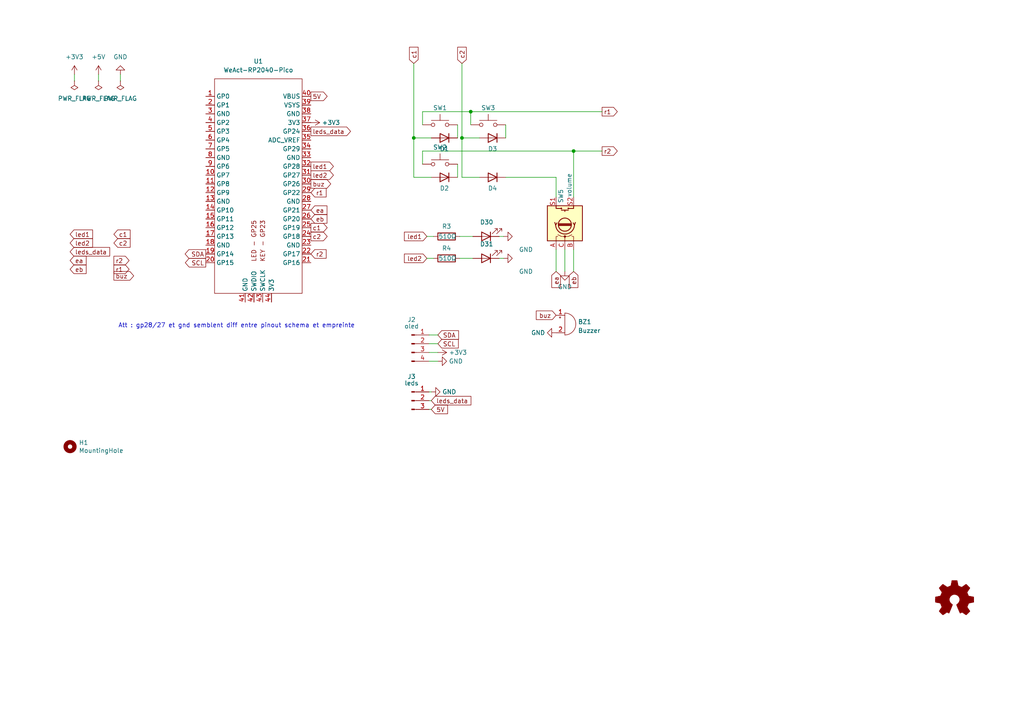
<source format=kicad_sch>
(kicad_sch (version 20230121) (generator eeschema)

  (uuid 66116376-6967-4178-9f23-a26cdeafc400)

  (paper "A4")

  (lib_symbols
    (symbol "Connector:Conn_01x03_Male" (pin_names (offset 1.016) hide) (in_bom yes) (on_board yes)
      (property "Reference" "J" (at 0 5.08 0)
        (effects (font (size 1.27 1.27)))
      )
      (property "Value" "Conn_01x03_Male" (at 0 -5.08 0)
        (effects (font (size 1.27 1.27)))
      )
      (property "Footprint" "" (at 0 0 0)
        (effects (font (size 1.27 1.27)) hide)
      )
      (property "Datasheet" "~" (at 0 0 0)
        (effects (font (size 1.27 1.27)) hide)
      )
      (property "ki_keywords" "connector" (at 0 0 0)
        (effects (font (size 1.27 1.27)) hide)
      )
      (property "ki_description" "Generic connector, single row, 01x03, script generated (kicad-library-utils/schlib/autogen/connector/)" (at 0 0 0)
        (effects (font (size 1.27 1.27)) hide)
      )
      (property "ki_fp_filters" "Connector*:*_1x??_*" (at 0 0 0)
        (effects (font (size 1.27 1.27)) hide)
      )
      (symbol "Conn_01x03_Male_1_1"
        (polyline
          (pts
            (xy 1.27 -2.54)
            (xy 0.8636 -2.54)
          )
          (stroke (width 0.1524) (type default))
          (fill (type none))
        )
        (polyline
          (pts
            (xy 1.27 0)
            (xy 0.8636 0)
          )
          (stroke (width 0.1524) (type default))
          (fill (type none))
        )
        (polyline
          (pts
            (xy 1.27 2.54)
            (xy 0.8636 2.54)
          )
          (stroke (width 0.1524) (type default))
          (fill (type none))
        )
        (rectangle (start 0.8636 -2.413) (end 0 -2.667)
          (stroke (width 0.1524) (type default))
          (fill (type outline))
        )
        (rectangle (start 0.8636 0.127) (end 0 -0.127)
          (stroke (width 0.1524) (type default))
          (fill (type outline))
        )
        (rectangle (start 0.8636 2.667) (end 0 2.413)
          (stroke (width 0.1524) (type default))
          (fill (type outline))
        )
        (pin passive line (at 5.08 2.54 180) (length 3.81)
          (name "Pin_1" (effects (font (size 1.27 1.27))))
          (number "1" (effects (font (size 1.27 1.27))))
        )
        (pin passive line (at 5.08 0 180) (length 3.81)
          (name "Pin_2" (effects (font (size 1.27 1.27))))
          (number "2" (effects (font (size 1.27 1.27))))
        )
        (pin passive line (at 5.08 -2.54 180) (length 3.81)
          (name "Pin_3" (effects (font (size 1.27 1.27))))
          (number "3" (effects (font (size 1.27 1.27))))
        )
      )
    )
    (symbol "Connector:Conn_01x04_Male" (pin_names (offset 1.016) hide) (in_bom yes) (on_board yes)
      (property "Reference" "J" (at 0 5.08 0)
        (effects (font (size 1.27 1.27)))
      )
      (property "Value" "Conn_01x04_Male" (at 0 -7.62 0)
        (effects (font (size 1.27 1.27)))
      )
      (property "Footprint" "" (at 0 0 0)
        (effects (font (size 1.27 1.27)) hide)
      )
      (property "Datasheet" "~" (at 0 0 0)
        (effects (font (size 1.27 1.27)) hide)
      )
      (property "ki_keywords" "connector" (at 0 0 0)
        (effects (font (size 1.27 1.27)) hide)
      )
      (property "ki_description" "Generic connector, single row, 01x04, script generated (kicad-library-utils/schlib/autogen/connector/)" (at 0 0 0)
        (effects (font (size 1.27 1.27)) hide)
      )
      (property "ki_fp_filters" "Connector*:*_1x??_*" (at 0 0 0)
        (effects (font (size 1.27 1.27)) hide)
      )
      (symbol "Conn_01x04_Male_1_1"
        (polyline
          (pts
            (xy 1.27 -5.08)
            (xy 0.8636 -5.08)
          )
          (stroke (width 0.1524) (type default))
          (fill (type none))
        )
        (polyline
          (pts
            (xy 1.27 -2.54)
            (xy 0.8636 -2.54)
          )
          (stroke (width 0.1524) (type default))
          (fill (type none))
        )
        (polyline
          (pts
            (xy 1.27 0)
            (xy 0.8636 0)
          )
          (stroke (width 0.1524) (type default))
          (fill (type none))
        )
        (polyline
          (pts
            (xy 1.27 2.54)
            (xy 0.8636 2.54)
          )
          (stroke (width 0.1524) (type default))
          (fill (type none))
        )
        (rectangle (start 0.8636 -4.953) (end 0 -5.207)
          (stroke (width 0.1524) (type default))
          (fill (type outline))
        )
        (rectangle (start 0.8636 -2.413) (end 0 -2.667)
          (stroke (width 0.1524) (type default))
          (fill (type outline))
        )
        (rectangle (start 0.8636 0.127) (end 0 -0.127)
          (stroke (width 0.1524) (type default))
          (fill (type outline))
        )
        (rectangle (start 0.8636 2.667) (end 0 2.413)
          (stroke (width 0.1524) (type default))
          (fill (type outline))
        )
        (pin passive line (at 5.08 2.54 180) (length 3.81)
          (name "Pin_1" (effects (font (size 1.27 1.27))))
          (number "1" (effects (font (size 1.27 1.27))))
        )
        (pin passive line (at 5.08 0 180) (length 3.81)
          (name "Pin_2" (effects (font (size 1.27 1.27))))
          (number "2" (effects (font (size 1.27 1.27))))
        )
        (pin passive line (at 5.08 -2.54 180) (length 3.81)
          (name "Pin_3" (effects (font (size 1.27 1.27))))
          (number "3" (effects (font (size 1.27 1.27))))
        )
        (pin passive line (at 5.08 -5.08 180) (length 3.81)
          (name "Pin_4" (effects (font (size 1.27 1.27))))
          (number "4" (effects (font (size 1.27 1.27))))
        )
      )
    )
    (symbol "Device:Buzzer" (pin_names (offset 0.0254) hide) (in_bom yes) (on_board yes)
      (property "Reference" "BZ" (at 3.81 1.27 0)
        (effects (font (size 1.27 1.27)) (justify left))
      )
      (property "Value" "Buzzer" (at 3.81 -1.27 0)
        (effects (font (size 1.27 1.27)) (justify left))
      )
      (property "Footprint" "" (at -0.635 2.54 90)
        (effects (font (size 1.27 1.27)) hide)
      )
      (property "Datasheet" "~" (at -0.635 2.54 90)
        (effects (font (size 1.27 1.27)) hide)
      )
      (property "ki_keywords" "quartz resonator ceramic" (at 0 0 0)
        (effects (font (size 1.27 1.27)) hide)
      )
      (property "ki_description" "Buzzer, polarized" (at 0 0 0)
        (effects (font (size 1.27 1.27)) hide)
      )
      (property "ki_fp_filters" "*Buzzer*" (at 0 0 0)
        (effects (font (size 1.27 1.27)) hide)
      )
      (symbol "Buzzer_0_1"
        (arc (start 0 -3.175) (mid 3.1612 0) (end 0 3.175)
          (stroke (width 0) (type default))
          (fill (type none))
        )
        (polyline
          (pts
            (xy -1.651 1.905)
            (xy -1.143 1.905)
          )
          (stroke (width 0) (type default))
          (fill (type none))
        )
        (polyline
          (pts
            (xy -1.397 2.159)
            (xy -1.397 1.651)
          )
          (stroke (width 0) (type default))
          (fill (type none))
        )
        (polyline
          (pts
            (xy 0 3.175)
            (xy 0 -3.175)
          )
          (stroke (width 0) (type default))
          (fill (type none))
        )
      )
      (symbol "Buzzer_1_1"
        (pin passive line (at -2.54 2.54 0) (length 2.54)
          (name "-" (effects (font (size 1.27 1.27))))
          (number "1" (effects (font (size 1.27 1.27))))
        )
        (pin passive line (at -2.54 -2.54 0) (length 2.54)
          (name "+" (effects (font (size 1.27 1.27))))
          (number "2" (effects (font (size 1.27 1.27))))
        )
      )
    )
    (symbol "Device:D" (pin_numbers hide) (pin_names (offset 1.016) hide) (in_bom yes) (on_board yes)
      (property "Reference" "D" (at 0 2.54 0)
        (effects (font (size 1.27 1.27)))
      )
      (property "Value" "D" (at 0 -2.54 0)
        (effects (font (size 1.27 1.27)))
      )
      (property "Footprint" "" (at 0 0 0)
        (effects (font (size 1.27 1.27)) hide)
      )
      (property "Datasheet" "~" (at 0 0 0)
        (effects (font (size 1.27 1.27)) hide)
      )
      (property "ki_keywords" "diode" (at 0 0 0)
        (effects (font (size 1.27 1.27)) hide)
      )
      (property "ki_description" "Diode" (at 0 0 0)
        (effects (font (size 1.27 1.27)) hide)
      )
      (property "ki_fp_filters" "TO-???* *_Diode_* *SingleDiode* D_*" (at 0 0 0)
        (effects (font (size 1.27 1.27)) hide)
      )
      (symbol "D_0_1"
        (polyline
          (pts
            (xy -1.27 1.27)
            (xy -1.27 -1.27)
          )
          (stroke (width 0.254) (type default))
          (fill (type none))
        )
        (polyline
          (pts
            (xy 1.27 0)
            (xy -1.27 0)
          )
          (stroke (width 0) (type default))
          (fill (type none))
        )
        (polyline
          (pts
            (xy 1.27 1.27)
            (xy 1.27 -1.27)
            (xy -1.27 0)
            (xy 1.27 1.27)
          )
          (stroke (width 0.254) (type default))
          (fill (type none))
        )
      )
      (symbol "D_1_1"
        (pin passive line (at -3.81 0 0) (length 2.54)
          (name "K" (effects (font (size 1.27 1.27))))
          (number "1" (effects (font (size 1.27 1.27))))
        )
        (pin passive line (at 3.81 0 180) (length 2.54)
          (name "A" (effects (font (size 1.27 1.27))))
          (number "2" (effects (font (size 1.27 1.27))))
        )
      )
    )
    (symbol "Device:LED" (pin_numbers hide) (pin_names (offset 1.016) hide) (in_bom yes) (on_board yes)
      (property "Reference" "D" (at 0 2.54 0)
        (effects (font (size 1.27 1.27)))
      )
      (property "Value" "LED" (at 0 -2.54 0)
        (effects (font (size 1.27 1.27)))
      )
      (property "Footprint" "" (at 0 0 0)
        (effects (font (size 1.27 1.27)) hide)
      )
      (property "Datasheet" "~" (at 0 0 0)
        (effects (font (size 1.27 1.27)) hide)
      )
      (property "ki_keywords" "LED diode" (at 0 0 0)
        (effects (font (size 1.27 1.27)) hide)
      )
      (property "ki_description" "Light emitting diode" (at 0 0 0)
        (effects (font (size 1.27 1.27)) hide)
      )
      (property "ki_fp_filters" "LED* LED_SMD:* LED_THT:*" (at 0 0 0)
        (effects (font (size 1.27 1.27)) hide)
      )
      (symbol "LED_0_1"
        (polyline
          (pts
            (xy -1.27 -1.27)
            (xy -1.27 1.27)
          )
          (stroke (width 0.254) (type default))
          (fill (type none))
        )
        (polyline
          (pts
            (xy -1.27 0)
            (xy 1.27 0)
          )
          (stroke (width 0) (type default))
          (fill (type none))
        )
        (polyline
          (pts
            (xy 1.27 -1.27)
            (xy 1.27 1.27)
            (xy -1.27 0)
            (xy 1.27 -1.27)
          )
          (stroke (width 0.254) (type default))
          (fill (type none))
        )
        (polyline
          (pts
            (xy -3.048 -0.762)
            (xy -4.572 -2.286)
            (xy -3.81 -2.286)
            (xy -4.572 -2.286)
            (xy -4.572 -1.524)
          )
          (stroke (width 0) (type default))
          (fill (type none))
        )
        (polyline
          (pts
            (xy -1.778 -0.762)
            (xy -3.302 -2.286)
            (xy -2.54 -2.286)
            (xy -3.302 -2.286)
            (xy -3.302 -1.524)
          )
          (stroke (width 0) (type default))
          (fill (type none))
        )
      )
      (symbol "LED_1_1"
        (pin passive line (at -3.81 0 0) (length 2.54)
          (name "K" (effects (font (size 1.27 1.27))))
          (number "1" (effects (font (size 1.27 1.27))))
        )
        (pin passive line (at 3.81 0 180) (length 2.54)
          (name "A" (effects (font (size 1.27 1.27))))
          (number "2" (effects (font (size 1.27 1.27))))
        )
      )
    )
    (symbol "Device:R" (pin_numbers hide) (pin_names (offset 0)) (in_bom yes) (on_board yes)
      (property "Reference" "R" (at 2.032 0 90)
        (effects (font (size 1.27 1.27)))
      )
      (property "Value" "R" (at 0 0 90)
        (effects (font (size 1.27 1.27)))
      )
      (property "Footprint" "" (at -1.778 0 90)
        (effects (font (size 1.27 1.27)) hide)
      )
      (property "Datasheet" "~" (at 0 0 0)
        (effects (font (size 1.27 1.27)) hide)
      )
      (property "ki_keywords" "R res resistor" (at 0 0 0)
        (effects (font (size 1.27 1.27)) hide)
      )
      (property "ki_description" "Resistor" (at 0 0 0)
        (effects (font (size 1.27 1.27)) hide)
      )
      (property "ki_fp_filters" "R_*" (at 0 0 0)
        (effects (font (size 1.27 1.27)) hide)
      )
      (symbol "R_0_1"
        (rectangle (start -1.016 -2.54) (end 1.016 2.54)
          (stroke (width 0.254) (type default))
          (fill (type none))
        )
      )
      (symbol "R_1_1"
        (pin passive line (at 0 3.81 270) (length 1.27)
          (name "~" (effects (font (size 1.27 1.27))))
          (number "1" (effects (font (size 1.27 1.27))))
        )
        (pin passive line (at 0 -3.81 90) (length 1.27)
          (name "~" (effects (font (size 1.27 1.27))))
          (number "2" (effects (font (size 1.27 1.27))))
        )
      )
    )
    (symbol "Device:RotaryEncoder_Switch" (pin_names (offset 0.254) hide) (in_bom yes) (on_board yes)
      (property "Reference" "SW" (at 0 6.604 0)
        (effects (font (size 1.27 1.27)))
      )
      (property "Value" "RotaryEncoder_Switch" (at 0 -6.604 0)
        (effects (font (size 1.27 1.27)))
      )
      (property "Footprint" "" (at -3.81 4.064 0)
        (effects (font (size 1.27 1.27)) hide)
      )
      (property "Datasheet" "~" (at 0 6.604 0)
        (effects (font (size 1.27 1.27)) hide)
      )
      (property "ki_keywords" "rotary switch encoder switch push button" (at 0 0 0)
        (effects (font (size 1.27 1.27)) hide)
      )
      (property "ki_description" "Rotary encoder, dual channel, incremental quadrate outputs, with switch" (at 0 0 0)
        (effects (font (size 1.27 1.27)) hide)
      )
      (property "ki_fp_filters" "RotaryEncoder*Switch*" (at 0 0 0)
        (effects (font (size 1.27 1.27)) hide)
      )
      (symbol "RotaryEncoder_Switch_0_1"
        (rectangle (start -5.08 5.08) (end 5.08 -5.08)
          (stroke (width 0.254) (type default))
          (fill (type background))
        )
        (circle (center -3.81 0) (radius 0.254)
          (stroke (width 0) (type default))
          (fill (type outline))
        )
        (circle (center -0.381 0) (radius 1.905)
          (stroke (width 0.254) (type default))
          (fill (type none))
        )
        (arc (start -0.381 2.667) (mid -3.0988 -0.0635) (end -0.381 -2.794)
          (stroke (width 0.254) (type default))
          (fill (type none))
        )
        (polyline
          (pts
            (xy -0.635 -1.778)
            (xy -0.635 1.778)
          )
          (stroke (width 0.254) (type default))
          (fill (type none))
        )
        (polyline
          (pts
            (xy -0.381 -1.778)
            (xy -0.381 1.778)
          )
          (stroke (width 0.254) (type default))
          (fill (type none))
        )
        (polyline
          (pts
            (xy -0.127 1.778)
            (xy -0.127 -1.778)
          )
          (stroke (width 0.254) (type default))
          (fill (type none))
        )
        (polyline
          (pts
            (xy 3.81 0)
            (xy 3.429 0)
          )
          (stroke (width 0.254) (type default))
          (fill (type none))
        )
        (polyline
          (pts
            (xy 3.81 1.016)
            (xy 3.81 -1.016)
          )
          (stroke (width 0.254) (type default))
          (fill (type none))
        )
        (polyline
          (pts
            (xy -5.08 -2.54)
            (xy -3.81 -2.54)
            (xy -3.81 -2.032)
          )
          (stroke (width 0) (type default))
          (fill (type none))
        )
        (polyline
          (pts
            (xy -5.08 2.54)
            (xy -3.81 2.54)
            (xy -3.81 2.032)
          )
          (stroke (width 0) (type default))
          (fill (type none))
        )
        (polyline
          (pts
            (xy 0.254 -3.048)
            (xy -0.508 -2.794)
            (xy 0.127 -2.413)
          )
          (stroke (width 0.254) (type default))
          (fill (type none))
        )
        (polyline
          (pts
            (xy 0.254 2.921)
            (xy -0.508 2.667)
            (xy 0.127 2.286)
          )
          (stroke (width 0.254) (type default))
          (fill (type none))
        )
        (polyline
          (pts
            (xy 5.08 -2.54)
            (xy 4.318 -2.54)
            (xy 4.318 -1.016)
          )
          (stroke (width 0.254) (type default))
          (fill (type none))
        )
        (polyline
          (pts
            (xy 5.08 2.54)
            (xy 4.318 2.54)
            (xy 4.318 1.016)
          )
          (stroke (width 0.254) (type default))
          (fill (type none))
        )
        (polyline
          (pts
            (xy -5.08 0)
            (xy -3.81 0)
            (xy -3.81 -1.016)
            (xy -3.302 -2.032)
          )
          (stroke (width 0) (type default))
          (fill (type none))
        )
        (polyline
          (pts
            (xy -4.318 0)
            (xy -3.81 0)
            (xy -3.81 1.016)
            (xy -3.302 2.032)
          )
          (stroke (width 0) (type default))
          (fill (type none))
        )
        (circle (center 4.318 -1.016) (radius 0.127)
          (stroke (width 0.254) (type default))
          (fill (type none))
        )
        (circle (center 4.318 1.016) (radius 0.127)
          (stroke (width 0.254) (type default))
          (fill (type none))
        )
      )
      (symbol "RotaryEncoder_Switch_1_1"
        (pin passive line (at -7.62 2.54 0) (length 2.54)
          (name "A" (effects (font (size 1.27 1.27))))
          (number "A" (effects (font (size 1.27 1.27))))
        )
        (pin passive line (at -7.62 -2.54 0) (length 2.54)
          (name "B" (effects (font (size 1.27 1.27))))
          (number "B" (effects (font (size 1.27 1.27))))
        )
        (pin passive line (at -7.62 0 0) (length 2.54)
          (name "C" (effects (font (size 1.27 1.27))))
          (number "C" (effects (font (size 1.27 1.27))))
        )
        (pin passive line (at 7.62 2.54 180) (length 2.54)
          (name "S1" (effects (font (size 1.27 1.27))))
          (number "S1" (effects (font (size 1.27 1.27))))
        )
        (pin passive line (at 7.62 -2.54 180) (length 2.54)
          (name "S2" (effects (font (size 1.27 1.27))))
          (number "S2" (effects (font (size 1.27 1.27))))
        )
      )
    )
    (symbol "Graphic:Logo_Open_Hardware_Small" (pin_names (offset 1.016)) (in_bom yes) (on_board yes)
      (property "Reference" "#LOGO" (at 0 6.985 0)
        (effects (font (size 1.27 1.27)) hide)
      )
      (property "Value" "Logo_Open_Hardware_Small" (at 0 -5.715 0)
        (effects (font (size 1.27 1.27)) hide)
      )
      (property "Footprint" "" (at 0 0 0)
        (effects (font (size 1.27 1.27)) hide)
      )
      (property "Datasheet" "~" (at 0 0 0)
        (effects (font (size 1.27 1.27)) hide)
      )
      (property "ki_keywords" "Logo" (at 0 0 0)
        (effects (font (size 1.27 1.27)) hide)
      )
      (property "ki_description" "Open Hardware logo, small" (at 0 0 0)
        (effects (font (size 1.27 1.27)) hide)
      )
      (symbol "Logo_Open_Hardware_Small_0_1"
        (polyline
          (pts
            (xy 3.3528 -4.3434)
            (xy 3.302 -4.318)
            (xy 3.175 -4.2418)
            (xy 2.9972 -4.1148)
            (xy 2.7686 -3.9624)
            (xy 2.54 -3.81)
            (xy 2.3622 -3.7084)
            (xy 2.2352 -3.6068)
            (xy 2.1844 -3.5814)
            (xy 2.159 -3.6068)
            (xy 2.0574 -3.6576)
            (xy 1.905 -3.7338)
            (xy 1.8034 -3.7846)
            (xy 1.6764 -3.8354)
            (xy 1.6002 -3.8354)
            (xy 1.6002 -3.8354)
            (xy 1.5494 -3.7338)
            (xy 1.4732 -3.5306)
            (xy 1.3462 -3.302)
            (xy 1.2446 -3.0226)
            (xy 1.1176 -2.7178)
            (xy 0.9652 -2.413)
            (xy 0.8636 -2.1082)
            (xy 0.7366 -1.8288)
            (xy 0.6604 -1.6256)
            (xy 0.6096 -1.4732)
            (xy 0.5842 -1.397)
            (xy 0.5842 -1.397)
            (xy 0.6604 -1.3208)
            (xy 0.7874 -1.2446)
            (xy 1.0414 -1.016)
            (xy 1.2954 -0.6858)
            (xy 1.4478 -0.3302)
            (xy 1.524 0.0762)
            (xy 1.4732 0.4572)
            (xy 1.3208 0.8128)
            (xy 1.0668 1.143)
            (xy 0.762 1.3716)
            (xy 0.4064 1.524)
            (xy 0 1.5748)
            (xy -0.381 1.5494)
            (xy -0.7366 1.397)
            (xy -1.0668 1.143)
            (xy -1.2192 0.9906)
            (xy -1.397 0.6604)
            (xy -1.524 0.3048)
            (xy -1.524 0.2286)
            (xy -1.4986 -0.1778)
            (xy -1.397 -0.5334)
            (xy -1.1938 -0.8636)
            (xy -0.9144 -1.143)
            (xy -0.8636 -1.1684)
            (xy -0.7366 -1.27)
            (xy -0.635 -1.3462)
            (xy -0.5842 -1.397)
            (xy -1.0668 -2.5908)
            (xy -1.143 -2.794)
            (xy -1.2954 -3.1242)
            (xy -1.397 -3.4036)
            (xy -1.4986 -3.6322)
            (xy -1.5748 -3.7846)
            (xy -1.6002 -3.8354)
            (xy -1.6002 -3.8354)
            (xy -1.651 -3.8354)
            (xy -1.7272 -3.81)
            (xy -1.905 -3.7338)
            (xy -2.0066 -3.683)
            (xy -2.1336 -3.6068)
            (xy -2.2098 -3.5814)
            (xy -2.2606 -3.6068)
            (xy -2.3622 -3.683)
            (xy -2.54 -3.81)
            (xy -2.7686 -3.9624)
            (xy -2.9718 -4.0894)
            (xy -3.1496 -4.2164)
            (xy -3.302 -4.318)
            (xy -3.3528 -4.3434)
            (xy -3.3782 -4.3434)
            (xy -3.429 -4.318)
            (xy -3.5306 -4.2164)
            (xy -3.7084 -4.064)
            (xy -3.937 -3.8354)
            (xy -3.9624 -3.81)
            (xy -4.1656 -3.6068)
            (xy -4.318 -3.4544)
            (xy -4.4196 -3.3274)
            (xy -4.445 -3.2766)
            (xy -4.445 -3.2766)
            (xy -4.4196 -3.2258)
            (xy -4.318 -3.0734)
            (xy -4.2164 -2.8956)
            (xy -4.064 -2.667)
            (xy -3.6576 -2.0828)
            (xy -3.8862 -1.5494)
            (xy -3.937 -1.3716)
            (xy -4.0386 -1.1684)
            (xy -4.0894 -1.0414)
            (xy -4.1148 -0.9652)
            (xy -4.191 -0.9398)
            (xy -4.318 -0.9144)
            (xy -4.5466 -0.8636)
            (xy -4.8006 -0.8128)
            (xy -5.0546 -0.7874)
            (xy -5.2578 -0.7366)
            (xy -5.4356 -0.7112)
            (xy -5.5118 -0.6858)
            (xy -5.5118 -0.6858)
            (xy -5.5372 -0.635)
            (xy -5.5372 -0.5588)
            (xy -5.5372 -0.4318)
            (xy -5.5626 -0.2286)
            (xy -5.5626 0.0762)
            (xy -5.5626 0.127)
            (xy -5.5372 0.4064)
            (xy -5.5372 0.635)
            (xy -5.5372 0.762)
            (xy -5.5372 0.8382)
            (xy -5.5372 0.8382)
            (xy -5.461 0.8382)
            (xy -5.3086 0.889)
            (xy -5.08 0.9144)
            (xy -4.826 0.9652)
            (xy -4.8006 0.9906)
            (xy -4.5466 1.0414)
            (xy -4.318 1.0668)
            (xy -4.1656 1.1176)
            (xy -4.0894 1.143)
            (xy -4.0894 1.143)
            (xy -4.0386 1.2446)
            (xy -3.9624 1.4224)
            (xy -3.8608 1.6256)
            (xy -3.7846 1.8288)
            (xy -3.7084 2.0066)
            (xy -3.6576 2.159)
            (xy -3.6322 2.2098)
            (xy -3.6322 2.2098)
            (xy -3.683 2.286)
            (xy -3.7592 2.413)
            (xy -3.8862 2.5908)
            (xy -4.064 2.8194)
            (xy -4.064 2.8448)
            (xy -4.2164 3.0734)
            (xy -4.3434 3.2512)
            (xy -4.4196 3.3782)
            (xy -4.445 3.4544)
            (xy -4.445 3.4544)
            (xy -4.3942 3.5052)
            (xy -4.2926 3.6322)
            (xy -4.1148 3.81)
            (xy -3.937 4.0132)
            (xy -3.8608 4.064)
            (xy -3.6576 4.2926)
            (xy -3.5052 4.4196)
            (xy -3.4036 4.4958)
            (xy -3.3528 4.5212)
            (xy -3.3528 4.5212)
            (xy -3.302 4.4704)
            (xy -3.1496 4.3688)
            (xy -2.9718 4.2418)
            (xy -2.7432 4.0894)
            (xy -2.7178 4.0894)
            (xy -2.4892 3.937)
            (xy -2.3114 3.81)
            (xy -2.1844 3.7084)
            (xy -2.1336 3.683)
            (xy -2.1082 3.683)
            (xy -2.032 3.7084)
            (xy -1.8542 3.7592)
            (xy -1.6764 3.8354)
            (xy -1.4732 3.937)
            (xy -1.27 4.0132)
            (xy -1.143 4.064)
            (xy -1.0668 4.1148)
            (xy -1.0668 4.1148)
            (xy -1.0414 4.191)
            (xy -1.016 4.3434)
            (xy -0.9652 4.572)
            (xy -0.9144 4.8514)
            (xy -0.889 4.9022)
            (xy -0.8382 5.1562)
            (xy -0.8128 5.3848)
            (xy -0.7874 5.5372)
            (xy -0.762 5.588)
            (xy -0.7112 5.6134)
            (xy -0.5842 5.6134)
            (xy -0.4064 5.6134)
            (xy -0.1524 5.6134)
            (xy 0.0762 5.6134)
            (xy 0.3302 5.6134)
            (xy 0.5334 5.6134)
            (xy 0.6858 5.588)
            (xy 0.7366 5.588)
            (xy 0.7366 5.588)
            (xy 0.762 5.5118)
            (xy 0.8128 5.334)
            (xy 0.8382 5.1054)
            (xy 0.9144 4.826)
            (xy 0.9144 4.7752)
            (xy 0.9652 4.5212)
            (xy 1.016 4.2926)
            (xy 1.0414 4.1402)
            (xy 1.0668 4.0894)
            (xy 1.0668 4.0894)
            (xy 1.1938 4.0386)
            (xy 1.3716 3.9624)
            (xy 1.5748 3.8608)
            (xy 2.0828 3.6576)
            (xy 2.7178 4.0894)
            (xy 2.7686 4.1402)
            (xy 2.9972 4.2926)
            (xy 3.175 4.4196)
            (xy 3.302 4.4958)
            (xy 3.3782 4.5212)
            (xy 3.3782 4.5212)
            (xy 3.429 4.4704)
            (xy 3.556 4.3434)
            (xy 3.7338 4.191)
            (xy 3.9116 3.9878)
            (xy 4.064 3.8354)
            (xy 4.2418 3.6576)
            (xy 4.3434 3.556)
            (xy 4.4196 3.4798)
            (xy 4.4196 3.429)
            (xy 4.4196 3.4036)
            (xy 4.3942 3.3274)
            (xy 4.2926 3.2004)
            (xy 4.1656 2.9972)
            (xy 4.0132 2.794)
            (xy 3.8862 2.5908)
            (xy 3.7592 2.3876)
            (xy 3.6576 2.2352)
            (xy 3.6322 2.159)
            (xy 3.6322 2.1336)
            (xy 3.683 2.0066)
            (xy 3.7592 1.8288)
            (xy 3.8608 1.6002)
            (xy 4.064 1.1176)
            (xy 4.3942 1.0414)
            (xy 4.5974 1.016)
            (xy 4.8768 0.9652)
            (xy 5.1308 0.9144)
            (xy 5.5372 0.8382)
            (xy 5.5626 -0.6604)
            (xy 5.4864 -0.6858)
            (xy 5.4356 -0.6858)
            (xy 5.2832 -0.7366)
            (xy 5.0546 -0.762)
            (xy 4.8006 -0.8128)
            (xy 4.5974 -0.8636)
            (xy 4.3688 -0.9144)
            (xy 4.2164 -0.9398)
            (xy 4.1402 -0.9398)
            (xy 4.1148 -0.9652)
            (xy 4.064 -1.0668)
            (xy 3.9878 -1.2446)
            (xy 3.9116 -1.4478)
            (xy 3.81 -1.651)
            (xy 3.7338 -1.8542)
            (xy 3.683 -2.0066)
            (xy 3.6576 -2.0828)
            (xy 3.683 -2.1336)
            (xy 3.7846 -2.2606)
            (xy 3.8862 -2.4638)
            (xy 4.0386 -2.667)
            (xy 4.191 -2.8956)
            (xy 4.318 -3.0734)
            (xy 4.3942 -3.2004)
            (xy 4.445 -3.2766)
            (xy 4.4196 -3.3274)
            (xy 4.3434 -3.429)
            (xy 4.1656 -3.5814)
            (xy 3.937 -3.8354)
            (xy 3.8862 -3.8608)
            (xy 3.683 -4.064)
            (xy 3.5306 -4.2164)
            (xy 3.4036 -4.318)
            (xy 3.3528 -4.3434)
          )
          (stroke (width 0) (type default))
          (fill (type outline))
        )
      )
    )
    (symbol "Mechanical:MountingHole" (pin_names (offset 1.016)) (in_bom yes) (on_board yes)
      (property "Reference" "H" (at 0 5.08 0)
        (effects (font (size 1.27 1.27)))
      )
      (property "Value" "MountingHole" (at 0 3.175 0)
        (effects (font (size 1.27 1.27)))
      )
      (property "Footprint" "" (at 0 0 0)
        (effects (font (size 1.27 1.27)) hide)
      )
      (property "Datasheet" "~" (at 0 0 0)
        (effects (font (size 1.27 1.27)) hide)
      )
      (property "ki_keywords" "mounting hole" (at 0 0 0)
        (effects (font (size 1.27 1.27)) hide)
      )
      (property "ki_description" "Mounting Hole without connection" (at 0 0 0)
        (effects (font (size 1.27 1.27)) hide)
      )
      (property "ki_fp_filters" "MountingHole*" (at 0 0 0)
        (effects (font (size 1.27 1.27)) hide)
      )
      (symbol "MountingHole_0_1"
        (circle (center 0 0) (radius 1.27)
          (stroke (width 1.27) (type default))
          (fill (type none))
        )
      )
    )
    (symbol "RP2040:WeAct-RP2040-Pico" (in_bom yes) (on_board yes)
      (property "Reference" "U" (at 0 16.51 0)
        (effects (font (size 1.27 1.27)))
      )
      (property "Value" "WeAct-RP2040-Pico" (at 0 19.05 0)
        (effects (font (size 1.27 1.27)))
      )
      (property "Footprint" "WeAct-RP2040-Pico:WeAct-RP2040-Pico" (at 0 0 0)
        (effects (font (size 1.27 1.27)) hide)
      )
      (property "Datasheet" "https://github.com/WeActStudio/WeActStudio.RP2040CoreBoard/tree/master" (at 0 0 0)
        (effects (font (size 1.27 1.27)) hide)
      )
      (symbol "WeAct-RP2040-Pico_0_0"
        (text "KEY - GP23" (at 1.27 -26.67 900)
          (effects (font (size 1.27 1.27)))
        )
        (text "LED - GP25" (at -1.27 -26.67 900)
          (effects (font (size 1.27 1.27)))
        )
      )
      (symbol "WeAct-RP2040-Pico_0_1"
        (rectangle (start -12.7 20.32) (end 12.7 -41.91)
          (stroke (width 0) (type default))
          (fill (type none))
        )
      )
      (symbol "WeAct-RP2040-Pico_1_1"
        (pin bidirectional line (at -15.24 15.24 0) (length 2.54)
          (name "GP0" (effects (font (size 1.27 1.27))))
          (number "1" (effects (font (size 1.27 1.27))))
          (alternate "I2C0 SDA" bidirectional line)
          (alternate "SPI0 RX" bidirectional line)
          (alternate "UART0 TX" bidirectional line)
        )
        (pin bidirectional line (at -15.24 -7.62 0) (length 2.54)
          (name "GP7" (effects (font (size 1.27 1.27))))
          (number "10" (effects (font (size 1.27 1.27))))
          (alternate "I2C1 SCL" bidirectional line)
          (alternate "SPI0 TX" bidirectional line)
        )
        (pin bidirectional line (at -15.24 -10.16 0) (length 2.54)
          (name "GP8" (effects (font (size 1.27 1.27))))
          (number "11" (effects (font (size 1.27 1.27))))
          (alternate "I2C0 SDA" bidirectional line)
          (alternate "SPI1 RX" bidirectional line)
          (alternate "UART1 TX" bidirectional line)
        )
        (pin bidirectional line (at -15.24 -12.7 0) (length 2.54)
          (name "GP9" (effects (font (size 1.27 1.27))))
          (number "12" (effects (font (size 1.27 1.27))))
          (alternate "I2C0 SCL" bidirectional line)
          (alternate "SPI1 CSn" bidirectional line)
          (alternate "UART1 RX" bidirectional line)
        )
        (pin bidirectional line (at -15.24 -15.24 0) (length 2.54)
          (name "GND" (effects (font (size 1.27 1.27))))
          (number "13" (effects (font (size 1.27 1.27))))
        )
        (pin bidirectional line (at -15.24 -17.78 0) (length 2.54)
          (name "GP10" (effects (font (size 1.27 1.27))))
          (number "14" (effects (font (size 1.27 1.27))))
          (alternate "I2C1 SDA" bidirectional line)
          (alternate "SPI1 SCK" bidirectional line)
        )
        (pin bidirectional line (at -15.24 -20.32 0) (length 2.54)
          (name "GP11" (effects (font (size 1.27 1.27))))
          (number "15" (effects (font (size 1.27 1.27))))
          (alternate "I2C1 SCL" bidirectional line)
          (alternate "SPI1 TX" bidirectional line)
        )
        (pin bidirectional line (at -15.24 -22.86 0) (length 2.54)
          (name "GP12" (effects (font (size 1.27 1.27))))
          (number "16" (effects (font (size 1.27 1.27))))
          (alternate "I2C0 SDA" bidirectional line)
          (alternate "SPI1 RX" bidirectional line)
          (alternate "UART0 TX" bidirectional line)
        )
        (pin bidirectional line (at -15.24 -25.4 0) (length 2.54)
          (name "GP13" (effects (font (size 1.27 1.27))))
          (number "17" (effects (font (size 1.27 1.27))))
          (alternate "I2C0 SCL" bidirectional line)
          (alternate "SPI1 CSn" bidirectional line)
          (alternate "UART0 RX" bidirectional line)
        )
        (pin bidirectional line (at -15.24 -27.94 0) (length 2.54)
          (name "GND" (effects (font (size 1.27 1.27))))
          (number "18" (effects (font (size 1.27 1.27))))
        )
        (pin bidirectional line (at -15.24 -30.48 0) (length 2.54)
          (name "GP14" (effects (font (size 1.27 1.27))))
          (number "19" (effects (font (size 1.27 1.27))))
          (alternate "I2C1 SDA" bidirectional line)
          (alternate "SPI1 SCK" bidirectional line)
        )
        (pin bidirectional line (at -15.24 12.7 0) (length 2.54)
          (name "GP1" (effects (font (size 1.27 1.27))))
          (number "2" (effects (font (size 1.27 1.27))))
          (alternate "I2C0 SCL" bidirectional line)
          (alternate "SPI0 CSn" bidirectional line)
          (alternate "UART0 RX" bidirectional line)
        )
        (pin bidirectional line (at -15.24 -33.02 0) (length 2.54)
          (name "GP15" (effects (font (size 1.27 1.27))))
          (number "20" (effects (font (size 1.27 1.27))))
          (alternate "I2C1 SCL" bidirectional line)
          (alternate "SPI1 TX" bidirectional line)
        )
        (pin bidirectional line (at 15.24 -33.02 180) (length 2.54)
          (name "GP16" (effects (font (size 1.27 1.27))))
          (number "21" (effects (font (size 1.27 1.27))))
          (alternate "I2C0 SDA" bidirectional line)
          (alternate "SPI0 RX" bidirectional line)
          (alternate "UART0 TX" bidirectional line)
        )
        (pin bidirectional line (at 15.24 -30.48 180) (length 2.54)
          (name "GP17" (effects (font (size 1.27 1.27))))
          (number "22" (effects (font (size 1.27 1.27))))
          (alternate "I2C0 SCL" bidirectional line)
          (alternate "SPI0 CSn" bidirectional line)
          (alternate "UART0 RX" bidirectional line)
        )
        (pin bidirectional line (at 15.24 -27.94 180) (length 2.54)
          (name "GND" (effects (font (size 1.27 1.27))))
          (number "23" (effects (font (size 1.27 1.27))))
        )
        (pin bidirectional line (at 15.24 -25.4 180) (length 2.54)
          (name "GP18" (effects (font (size 1.27 1.27))))
          (number "24" (effects (font (size 1.27 1.27))))
          (alternate "I2C1 SDA" bidirectional line)
          (alternate "SPI0 SCK" bidirectional line)
        )
        (pin bidirectional line (at 15.24 -22.86 180) (length 2.54)
          (name "GP19" (effects (font (size 1.27 1.27))))
          (number "25" (effects (font (size 1.27 1.27))))
          (alternate "I2C1 SCL" bidirectional line)
          (alternate "SPI0 TX" bidirectional line)
        )
        (pin bidirectional line (at 15.24 -20.32 180) (length 2.54)
          (name "GP20" (effects (font (size 1.27 1.27))))
          (number "26" (effects (font (size 1.27 1.27))))
          (alternate "I2C0 SDA" bidirectional line)
        )
        (pin bidirectional line (at 15.24 -17.78 180) (length 2.54)
          (name "GP21" (effects (font (size 1.27 1.27))))
          (number "27" (effects (font (size 1.27 1.27))))
          (alternate "I2C0 SCL" bidirectional line)
        )
        (pin bidirectional line (at 15.24 -15.24 180) (length 2.54)
          (name "GND" (effects (font (size 1.27 1.27))))
          (number "28" (effects (font (size 1.27 1.27))))
        )
        (pin bidirectional line (at 15.24 -12.7 180) (length 2.54)
          (name "GP22" (effects (font (size 1.27 1.27))))
          (number "29" (effects (font (size 1.27 1.27))))
        )
        (pin bidirectional line (at -15.24 10.16 0) (length 2.54)
          (name "GND" (effects (font (size 1.27 1.27))))
          (number "3" (effects (font (size 1.27 1.27))))
        )
        (pin bidirectional line (at 15.24 -10.16 180) (length 2.54)
          (name "GP26" (effects (font (size 1.27 1.27))))
          (number "30" (effects (font (size 1.27 1.27))))
          (alternate "ADC0" bidirectional line)
          (alternate "I2C1 SDA" bidirectional line)
        )
        (pin bidirectional line (at 15.24 -7.62 180) (length 2.54)
          (name "GP27" (effects (font (size 1.27 1.27))))
          (number "31" (effects (font (size 1.27 1.27))))
          (alternate "ADC1" bidirectional line)
          (alternate "I2C1 SCL" bidirectional line)
        )
        (pin bidirectional line (at 15.24 -5.08 180) (length 2.54)
          (name "GP28" (effects (font (size 1.27 1.27))))
          (number "32" (effects (font (size 1.27 1.27))))
          (alternate "ADC2" bidirectional line)
        )
        (pin bidirectional line (at 15.24 -2.54 180) (length 2.54)
          (name "GND" (effects (font (size 1.27 1.27))))
          (number "33" (effects (font (size 1.27 1.27))))
        )
        (pin bidirectional line (at 15.24 0 180) (length 2.54)
          (name "GP29" (effects (font (size 1.27 1.27))))
          (number "34" (effects (font (size 1.27 1.27))))
        )
        (pin bidirectional line (at 15.24 2.54 180) (length 2.54)
          (name "ADC_VREF" (effects (font (size 1.27 1.27))))
          (number "35" (effects (font (size 1.27 1.27))))
        )
        (pin bidirectional line (at 15.24 5.08 180) (length 2.54)
          (name "GP24" (effects (font (size 1.27 1.27))))
          (number "36" (effects (font (size 1.27 1.27))))
        )
        (pin bidirectional line (at 15.24 7.62 180) (length 2.54)
          (name "3V3" (effects (font (size 1.27 1.27))))
          (number "37" (effects (font (size 1.27 1.27))))
        )
        (pin bidirectional line (at 15.24 10.16 180) (length 2.54)
          (name "GND" (effects (font (size 1.27 1.27))))
          (number "38" (effects (font (size 1.27 1.27))))
        )
        (pin bidirectional line (at 15.24 12.7 180) (length 2.54)
          (name "VSYS" (effects (font (size 1.27 1.27))))
          (number "39" (effects (font (size 1.27 1.27))))
        )
        (pin bidirectional line (at -15.24 7.62 0) (length 2.54)
          (name "GP2" (effects (font (size 1.27 1.27))))
          (number "4" (effects (font (size 1.27 1.27))))
          (alternate "I2C1 SDA" bidirectional line)
          (alternate "SPI0 SCK" bidirectional line)
        )
        (pin bidirectional line (at 15.24 15.24 180) (length 2.54)
          (name "VBUS" (effects (font (size 1.27 1.27))))
          (number "40" (effects (font (size 1.27 1.27))))
        )
        (pin bidirectional line (at -3.81 -44.45 90) (length 2.54)
          (name "GND" (effects (font (size 1.27 1.27))))
          (number "41" (effects (font (size 1.27 1.27))))
        )
        (pin bidirectional line (at -1.27 -44.45 90) (length 2.54)
          (name "SWDIO" (effects (font (size 1.27 1.27))))
          (number "42" (effects (font (size 1.27 1.27))))
        )
        (pin bidirectional line (at 1.27 -44.45 90) (length 2.54)
          (name "SWCLK" (effects (font (size 1.27 1.27))))
          (number "43" (effects (font (size 1.27 1.27))))
        )
        (pin bidirectional line (at 3.81 -44.45 90) (length 2.54)
          (name "3V3" (effects (font (size 1.27 1.27))))
          (number "44" (effects (font (size 1.27 1.27))))
        )
        (pin bidirectional line (at -15.24 5.08 0) (length 2.54)
          (name "GP3" (effects (font (size 1.27 1.27))))
          (number "5" (effects (font (size 1.27 1.27))))
          (alternate "I2C1 SCL" bidirectional line)
          (alternate "SPI0 TX" bidirectional line)
        )
        (pin bidirectional line (at -15.24 2.54 0) (length 2.54)
          (name "GP4" (effects (font (size 1.27 1.27))))
          (number "6" (effects (font (size 1.27 1.27))))
          (alternate "I2C0 SDA" bidirectional line)
          (alternate "SPI0 RX" bidirectional line)
          (alternate "UART1 TX" bidirectional line)
        )
        (pin bidirectional line (at -15.24 0 0) (length 2.54)
          (name "GP5" (effects (font (size 1.27 1.27))))
          (number "7" (effects (font (size 1.27 1.27))))
          (alternate "I2C0 SCL" bidirectional line)
          (alternate "SPI0 CSn" bidirectional line)
          (alternate "UART1 RX" bidirectional line)
        )
        (pin bidirectional line (at -15.24 -2.54 0) (length 2.54)
          (name "GND" (effects (font (size 1.27 1.27))))
          (number "8" (effects (font (size 1.27 1.27))))
        )
        (pin bidirectional line (at -15.24 -5.08 0) (length 2.54)
          (name "GP6" (effects (font (size 1.27 1.27))))
          (number "9" (effects (font (size 1.27 1.27))))
          (alternate "I2C1 SDA" bidirectional line)
          (alternate "SPI0 SCK" bidirectional line)
        )
      )
    )
    (symbol "Switch:SW_Push" (pin_numbers hide) (pin_names (offset 1.016) hide) (in_bom yes) (on_board yes)
      (property "Reference" "SW" (at 1.27 2.54 0)
        (effects (font (size 1.27 1.27)) (justify left))
      )
      (property "Value" "SW_Push" (at 0 -1.524 0)
        (effects (font (size 1.27 1.27)))
      )
      (property "Footprint" "" (at 0 5.08 0)
        (effects (font (size 1.27 1.27)) hide)
      )
      (property "Datasheet" "~" (at 0 5.08 0)
        (effects (font (size 1.27 1.27)) hide)
      )
      (property "ki_keywords" "switch normally-open pushbutton push-button" (at 0 0 0)
        (effects (font (size 1.27 1.27)) hide)
      )
      (property "ki_description" "Push button switch, generic, two pins" (at 0 0 0)
        (effects (font (size 1.27 1.27)) hide)
      )
      (symbol "SW_Push_0_1"
        (circle (center -2.032 0) (radius 0.508)
          (stroke (width 0) (type default))
          (fill (type none))
        )
        (polyline
          (pts
            (xy 0 1.27)
            (xy 0 3.048)
          )
          (stroke (width 0) (type default))
          (fill (type none))
        )
        (polyline
          (pts
            (xy 2.54 1.27)
            (xy -2.54 1.27)
          )
          (stroke (width 0) (type default))
          (fill (type none))
        )
        (circle (center 2.032 0) (radius 0.508)
          (stroke (width 0) (type default))
          (fill (type none))
        )
        (pin passive line (at -5.08 0 0) (length 2.54)
          (name "1" (effects (font (size 1.27 1.27))))
          (number "1" (effects (font (size 1.27 1.27))))
        )
        (pin passive line (at 5.08 0 180) (length 2.54)
          (name "2" (effects (font (size 1.27 1.27))))
          (number "2" (effects (font (size 1.27 1.27))))
        )
      )
    )
    (symbol "power:+3V3" (power) (pin_names (offset 0)) (in_bom yes) (on_board yes)
      (property "Reference" "#PWR" (at 0 -3.81 0)
        (effects (font (size 1.27 1.27)) hide)
      )
      (property "Value" "+3V3" (at 0 3.556 0)
        (effects (font (size 1.27 1.27)))
      )
      (property "Footprint" "" (at 0 0 0)
        (effects (font (size 1.27 1.27)) hide)
      )
      (property "Datasheet" "" (at 0 0 0)
        (effects (font (size 1.27 1.27)) hide)
      )
      (property "ki_keywords" "power-flag" (at 0 0 0)
        (effects (font (size 1.27 1.27)) hide)
      )
      (property "ki_description" "Power symbol creates a global label with name \"+3V3\"" (at 0 0 0)
        (effects (font (size 1.27 1.27)) hide)
      )
      (symbol "+3V3_0_1"
        (polyline
          (pts
            (xy -0.762 1.27)
            (xy 0 2.54)
          )
          (stroke (width 0) (type default))
          (fill (type none))
        )
        (polyline
          (pts
            (xy 0 0)
            (xy 0 2.54)
          )
          (stroke (width 0) (type default))
          (fill (type none))
        )
        (polyline
          (pts
            (xy 0 2.54)
            (xy 0.762 1.27)
          )
          (stroke (width 0) (type default))
          (fill (type none))
        )
      )
      (symbol "+3V3_1_1"
        (pin power_in line (at 0 0 90) (length 0) hide
          (name "+3V3" (effects (font (size 1.27 1.27))))
          (number "1" (effects (font (size 1.27 1.27))))
        )
      )
    )
    (symbol "power:+5V" (power) (pin_names (offset 0)) (in_bom yes) (on_board yes)
      (property "Reference" "#PWR" (at 0 -3.81 0)
        (effects (font (size 1.27 1.27)) hide)
      )
      (property "Value" "+5V" (at 0 3.556 0)
        (effects (font (size 1.27 1.27)))
      )
      (property "Footprint" "" (at 0 0 0)
        (effects (font (size 1.27 1.27)) hide)
      )
      (property "Datasheet" "" (at 0 0 0)
        (effects (font (size 1.27 1.27)) hide)
      )
      (property "ki_keywords" "power-flag" (at 0 0 0)
        (effects (font (size 1.27 1.27)) hide)
      )
      (property "ki_description" "Power symbol creates a global label with name \"+5V\"" (at 0 0 0)
        (effects (font (size 1.27 1.27)) hide)
      )
      (symbol "+5V_0_1"
        (polyline
          (pts
            (xy -0.762 1.27)
            (xy 0 2.54)
          )
          (stroke (width 0) (type default))
          (fill (type none))
        )
        (polyline
          (pts
            (xy 0 0)
            (xy 0 2.54)
          )
          (stroke (width 0) (type default))
          (fill (type none))
        )
        (polyline
          (pts
            (xy 0 2.54)
            (xy 0.762 1.27)
          )
          (stroke (width 0) (type default))
          (fill (type none))
        )
      )
      (symbol "+5V_1_1"
        (pin power_in line (at 0 0 90) (length 0) hide
          (name "+5V" (effects (font (size 1.27 1.27))))
          (number "1" (effects (font (size 1.27 1.27))))
        )
      )
    )
    (symbol "power:GND" (power) (pin_names (offset 0)) (in_bom yes) (on_board yes)
      (property "Reference" "#PWR" (at 0 -6.35 0)
        (effects (font (size 1.27 1.27)) hide)
      )
      (property "Value" "GND" (at 0 -3.81 0)
        (effects (font (size 1.27 1.27)))
      )
      (property "Footprint" "" (at 0 0 0)
        (effects (font (size 1.27 1.27)) hide)
      )
      (property "Datasheet" "" (at 0 0 0)
        (effects (font (size 1.27 1.27)) hide)
      )
      (property "ki_keywords" "power-flag" (at 0 0 0)
        (effects (font (size 1.27 1.27)) hide)
      )
      (property "ki_description" "Power symbol creates a global label with name \"GND\" , ground" (at 0 0 0)
        (effects (font (size 1.27 1.27)) hide)
      )
      (symbol "GND_0_1"
        (polyline
          (pts
            (xy 0 0)
            (xy 0 -1.27)
            (xy 1.27 -1.27)
            (xy 0 -2.54)
            (xy -1.27 -1.27)
            (xy 0 -1.27)
          )
          (stroke (width 0) (type default))
          (fill (type none))
        )
      )
      (symbol "GND_1_1"
        (pin power_in line (at 0 0 270) (length 0) hide
          (name "GND" (effects (font (size 1.27 1.27))))
          (number "1" (effects (font (size 1.27 1.27))))
        )
      )
    )
    (symbol "power:PWR_FLAG" (power) (pin_numbers hide) (pin_names (offset 0) hide) (in_bom yes) (on_board yes)
      (property "Reference" "#FLG" (at 0 1.905 0)
        (effects (font (size 1.27 1.27)) hide)
      )
      (property "Value" "PWR_FLAG" (at 0 3.81 0)
        (effects (font (size 1.27 1.27)))
      )
      (property "Footprint" "" (at 0 0 0)
        (effects (font (size 1.27 1.27)) hide)
      )
      (property "Datasheet" "~" (at 0 0 0)
        (effects (font (size 1.27 1.27)) hide)
      )
      (property "ki_keywords" "power-flag" (at 0 0 0)
        (effects (font (size 1.27 1.27)) hide)
      )
      (property "ki_description" "Special symbol for telling ERC where power comes from" (at 0 0 0)
        (effects (font (size 1.27 1.27)) hide)
      )
      (symbol "PWR_FLAG_0_0"
        (pin power_out line (at 0 0 90) (length 0)
          (name "pwr" (effects (font (size 1.27 1.27))))
          (number "1" (effects (font (size 1.27 1.27))))
        )
      )
      (symbol "PWR_FLAG_0_1"
        (polyline
          (pts
            (xy 0 0)
            (xy 0 1.27)
            (xy -1.016 1.905)
            (xy 0 2.54)
            (xy 1.016 1.905)
            (xy 0 1.27)
          )
          (stroke (width 0) (type default))
          (fill (type none))
        )
      )
    )
  )

  (junction (at 133.985 40.005) (diameter 0) (color 0 0 0 0)
    (uuid 71a6dc76-3706-40d6-b8de-624f98134165)
  )
  (junction (at 120.015 40.005) (diameter 0) (color 0 0 0 0)
    (uuid 7bbf981c-a063-4e30-8911-e4228e1c0743)
  )
  (junction (at 136.525 32.385) (diameter 0) (color 0 0 0 0)
    (uuid c49d23ab-146d-4089-864f-2d22b5b414b9)
  )
  (junction (at 166.37 43.815) (diameter 0) (color 0 0 0 0)
    (uuid e90e1d25-a18e-490c-8688-8b90ee947eaa)
  )

  (wire (pts (xy 139.065 40.005) (xy 133.985 40.005))
    (stroke (width 0) (type default))
    (uuid 0217dfc4-fc13-4699-99ad-d9948522648e)
  )
  (wire (pts (xy 125.73 74.93) (xy 123.825 74.93))
    (stroke (width 0) (type default))
    (uuid 04de3744-7718-4a5c-8ed7-607bf35eeb97)
  )
  (wire (pts (xy 161.29 51.435) (xy 161.29 57.15))
    (stroke (width 0) (type default))
    (uuid 06915a45-7c44-4306-903b-65c4d3f94545)
  )
  (wire (pts (xy 125.73 68.58) (xy 123.825 68.58))
    (stroke (width 0) (type default))
    (uuid 12511776-f145-4be3-a4cf-d2b69e9a6999)
  )
  (wire (pts (xy 132.715 40.005) (xy 132.715 36.195))
    (stroke (width 0) (type default))
    (uuid 127679a9-3981-4934-815e-896a4e3ff56e)
  )
  (wire (pts (xy 21.59 21.59) (xy 21.59 23.495))
    (stroke (width 0) (type default))
    (uuid 160d6f1e-ead6-4684-a4da-4c39c6084ab8)
  )
  (wire (pts (xy 124.46 104.775) (xy 127 104.775))
    (stroke (width 0) (type default))
    (uuid 1b3f2bd4-4795-42c2-b13f-eabaac839ba4)
  )
  (wire (pts (xy 124.46 97.155) (xy 127 97.155))
    (stroke (width 0) (type default))
    (uuid 1f795b10-0981-42c5-855b-4d7f199537ef)
  )
  (wire (pts (xy 137.16 68.58) (xy 133.35 68.58))
    (stroke (width 0) (type default))
    (uuid 221bef83-3ea7-4d3f-adeb-53a8a07c6273)
  )
  (wire (pts (xy 161.29 78.74) (xy 161.29 72.39))
    (stroke (width 0) (type default))
    (uuid 232fb256-4767-4ed9-af1d-4d9cf062585e)
  )
  (wire (pts (xy 124.46 99.695) (xy 127 99.695))
    (stroke (width 0) (type default))
    (uuid 24f13c3a-81fd-4d57-9e63-c1d093fff0f3)
  )
  (wire (pts (xy 133.985 18.415) (xy 133.985 40.005))
    (stroke (width 0) (type default))
    (uuid 2e90e294-82e1-45da-9bf1-b91dfe0dc8f6)
  )
  (wire (pts (xy 124.46 113.665) (xy 125.095 113.665))
    (stroke (width 0) (type default))
    (uuid 31443548-fc26-418c-928c-6b1e645de1fd)
  )
  (wire (pts (xy 144.78 68.58) (xy 146.05 68.58))
    (stroke (width 0) (type default))
    (uuid 422ac8ae-bcae-4733-b8d9-943a4edefdec)
  )
  (wire (pts (xy 125.095 40.005) (xy 120.015 40.005))
    (stroke (width 0) (type default))
    (uuid 48ab88d7-7084-4d02-b109-3ad55a30bb11)
  )
  (wire (pts (xy 28.575 21.59) (xy 28.575 23.495))
    (stroke (width 0) (type default))
    (uuid 52b92632-586c-44d7-b08a-b962e7dc450d)
  )
  (wire (pts (xy 133.985 40.005) (xy 133.985 51.435))
    (stroke (width 0) (type default))
    (uuid 55e3203e-db1e-4bab-bbe2-0985a4192db0)
  )
  (wire (pts (xy 125.095 51.435) (xy 120.015 51.435))
    (stroke (width 0) (type default))
    (uuid 666713b0-70f4-42df-8761-f65bc212d03b)
  )
  (wire (pts (xy 132.715 51.435) (xy 132.715 47.625))
    (stroke (width 0) (type default))
    (uuid 6c2e273e-743c-4f1e-a647-4171f8122550)
  )
  (wire (pts (xy 122.555 47.625) (xy 122.555 43.815))
    (stroke (width 0) (type default))
    (uuid 7dc880bc-e7eb-4cce-8d8c-0b65a9dd788e)
  )
  (wire (pts (xy 120.015 18.415) (xy 120.015 40.005))
    (stroke (width 0) (type default))
    (uuid 7e1217ba-8a3d-4079-8d7b-b45f90cfbf53)
  )
  (wire (pts (xy 120.015 51.435) (xy 120.015 40.005))
    (stroke (width 0) (type default))
    (uuid 7edc9030-db7b-43ac-a1b3-b87eeacb4c2d)
  )
  (wire (pts (xy 166.37 78.74) (xy 166.37 72.39))
    (stroke (width 0) (type default))
    (uuid 82378cdf-784f-479d-9b49-c68570c50b7e)
  )
  (wire (pts (xy 34.925 21.59) (xy 34.925 23.495))
    (stroke (width 0) (type default))
    (uuid 88c3bc3a-e2ce-465b-a7c0-870cc9e1b105)
  )
  (wire (pts (xy 137.16 74.93) (xy 133.35 74.93))
    (stroke (width 0) (type default))
    (uuid 997c2f12-73ba-4c01-9ee0-42e37cbab790)
  )
  (wire (pts (xy 124.46 102.235) (xy 127 102.235))
    (stroke (width 0) (type default))
    (uuid a5c50906-f533-4cfd-a241-e31d6ec8ed18)
  )
  (wire (pts (xy 166.37 43.815) (xy 166.37 57.15))
    (stroke (width 0) (type default))
    (uuid b1065438-46bc-471b-9bee-0e71d9f7828a)
  )
  (wire (pts (xy 166.37 43.815) (xy 174.625 43.815))
    (stroke (width 0) (type default))
    (uuid b25d6d7d-17cb-4d74-8e1d-5fa60d9a6af1)
  )
  (wire (pts (xy 146.685 40.005) (xy 146.685 36.195))
    (stroke (width 0) (type default))
    (uuid bd5408e4-362d-4e43-9d39-78fb99eb52c8)
  )
  (wire (pts (xy 136.525 36.195) (xy 136.525 32.385))
    (stroke (width 0) (type default))
    (uuid c0eca5ed-bc5e-4618-9bcd-80945bea41ed)
  )
  (wire (pts (xy 146.685 51.435) (xy 161.29 51.435))
    (stroke (width 0) (type default))
    (uuid c31572fd-b33d-4240-a67e-5d85a4963c72)
  )
  (wire (pts (xy 163.83 78.74) (xy 163.83 72.39))
    (stroke (width 0) (type default))
    (uuid c3c7dd87-b8f9-4ac9-b897-ad5e1519b434)
  )
  (wire (pts (xy 122.555 32.385) (xy 136.525 32.385))
    (stroke (width 0) (type default))
    (uuid c4cab9c5-d6e5-4660-b910-603a51b56783)
  )
  (wire (pts (xy 133.985 51.435) (xy 139.065 51.435))
    (stroke (width 0) (type default))
    (uuid ca587d2a-f3ac-4a83-88dd-dd5c2852d702)
  )
  (wire (pts (xy 124.46 116.205) (xy 125.095 116.205))
    (stroke (width 0) (type default))
    (uuid cc97c341-d841-45fd-8393-f44e22071766)
  )
  (wire (pts (xy 124.46 118.745) (xy 125.095 118.745))
    (stroke (width 0) (type default))
    (uuid e220d46e-2463-4abd-aca0-a600356b6d83)
  )
  (wire (pts (xy 136.525 32.385) (xy 174.625 32.385))
    (stroke (width 0) (type default))
    (uuid f6acca24-8e62-4671-a61e-b7b3326763f5)
  )
  (wire (pts (xy 122.555 36.195) (xy 122.555 32.385))
    (stroke (width 0) (type default))
    (uuid f71da641-16e6-4257-80c3-0b9d804fee4f)
  )
  (wire (pts (xy 122.555 43.815) (xy 166.37 43.815))
    (stroke (width 0) (type default))
    (uuid f959907b-1cef-4760-b043-4260a660a2ae)
  )
  (wire (pts (xy 144.78 74.93) (xy 146.05 74.93))
    (stroke (width 0) (type default))
    (uuid fc0eafe0-3f65-40d5-b355-f153c6312d09)
  )

  (text "Att : gp28/27 et gnd semblent diff entre pinout schema et empreinte"
    (at 34.29 95.25 0)
    (effects (font (size 1.27 1.27)) (justify left bottom))
    (uuid 6d1067a4-14bf-4557-b5ad-fc6b8c90d7fc)
  )

  (global_label "SDA" (shape output) (at 59.69 73.66 180) (fields_autoplaced)
    (effects (font (size 1.27 1.27)) (justify right))
    (uuid 01cdcd3e-ea95-4186-be9b-69f3d22eeadb)
    (property "Intersheetrefs" "${INTERSHEET_REFS}" (at 53.7977 73.5806 0)
      (effects (font (size 1.27 1.27)) (justify right) hide)
    )
  )
  (global_label "eb" (shape input) (at 166.37 78.74 270) (fields_autoplaced)
    (effects (font (size 1.27 1.27)) (justify right))
    (uuid 04cf2f2c-74bf-400d-b4f6-201720df00ed)
    (property "Intersheetrefs" "${INTERSHEET_REFS}" (at 82.55 298.45 0)
      (effects (font (size 1.27 1.27)) hide)
    )
  )
  (global_label "buz" (shape output) (at 90.17 53.34 0) (fields_autoplaced)
    (effects (font (size 1.27 1.27)) (justify left))
    (uuid 06f2ac55-5714-4cf8-a73d-ddf6dcd46749)
    (property "Intersheetrefs" "${INTERSHEET_REFS}" (at 95.7477 53.34 0)
      (effects (font (size 1.27 1.27)) (justify left) hide)
    )
  )
  (global_label "r1" (shape input) (at 90.17 55.88 0) (fields_autoplaced)
    (effects (font (size 1.27 1.27)) (justify left))
    (uuid 1e5ab36b-5b37-4d4a-9bb0-98b69887d3e9)
    (property "Intersheetrefs" "${INTERSHEET_REFS}" (at 94.4899 55.8006 0)
      (effects (font (size 1.27 1.27)) (justify left) hide)
    )
  )
  (global_label "c2" (shape output) (at 90.17 68.58 0) (fields_autoplaced)
    (effects (font (size 1.27 1.27)) (justify left))
    (uuid 1f62aad4-3801-4113-8922-ccecceff6128)
    (property "Intersheetrefs" "${INTERSHEET_REFS}" (at 94.7923 68.5006 0)
      (effects (font (size 1.27 1.27)) (justify left) hide)
    )
  )
  (global_label "leds_data" (shape input) (at 20.32 73.025 0) (fields_autoplaced)
    (effects (font (size 1.27 1.27)) (justify left))
    (uuid 22ea4a52-f97b-4d05-949f-6bb28a171842)
    (property "Intersheetrefs" "${INTERSHEET_REFS}" (at 31.7156 72.9456 0)
      (effects (font (size 1.27 1.27)) (justify left) hide)
    )
  )
  (global_label "eb" (shape input) (at 90.17 63.5 0) (fields_autoplaced)
    (effects (font (size 1.27 1.27)) (justify left))
    (uuid 26e22b0c-4629-4eaa-a5b5-68e0a8db4587)
    (property "Intersheetrefs" "${INTERSHEET_REFS}" (at 309.88 147.32 0)
      (effects (font (size 1.27 1.27)) hide)
    )
  )
  (global_label "ea" (shape input) (at 161.29 78.74 270) (fields_autoplaced)
    (effects (font (size 1.27 1.27)) (justify right))
    (uuid 2878a73c-5447-4cd9-8194-14f52ab9459c)
    (property "Intersheetrefs" "${INTERSHEET_REFS}" (at 82.55 298.45 0)
      (effects (font (size 1.27 1.27)) hide)
    )
  )
  (global_label "r1" (shape output) (at 33.02 78.105 0) (fields_autoplaced)
    (effects (font (size 1.27 1.27)) (justify left))
    (uuid 2c29e97a-9a17-40ee-bbc5-9a50a22313a4)
    (property "Intersheetrefs" "${INTERSHEET_REFS}" (at -167.64 33.655 0)
      (effects (font (size 1.27 1.27)) hide)
    )
  )
  (global_label "leds_data" (shape input) (at 125.095 116.205 0) (fields_autoplaced)
    (effects (font (size 1.27 1.27)) (justify left))
    (uuid 35ef9c4a-35f6-467b-a704-b1d9354880cf)
    (property "Intersheetrefs" "${INTERSHEET_REFS}" (at 136.4906 116.1256 0)
      (effects (font (size 1.27 1.27)) (justify left) hide)
    )
  )
  (global_label "led1" (shape input) (at 20.32 67.945 0) (fields_autoplaced)
    (effects (font (size 1.27 1.27)) (justify left))
    (uuid 3833356f-a7eb-447e-ba65-9017abaa1779)
    (property "Intersheetrefs" "${INTERSHEET_REFS}" (at 26.7566 68.0244 0)
      (effects (font (size 1.27 1.27)) (justify left) hide)
    )
  )
  (global_label "eb" (shape input) (at 20.32 78.105 0) (fields_autoplaced)
    (effects (font (size 1.27 1.27)) (justify left))
    (uuid 3aeedcd0-4b86-489e-a1a8-46724bd308ff)
    (property "Intersheetrefs" "${INTERSHEET_REFS}" (at 240.03 161.925 0)
      (effects (font (size 1.27 1.27)) hide)
    )
  )
  (global_label "c1" (shape input) (at 33.02 67.945 0) (fields_autoplaced)
    (effects (font (size 1.27 1.27)) (justify left))
    (uuid 538f3880-4280-47ca-a53a-a914bc204757)
    (property "Intersheetrefs" "${INTERSHEET_REFS}" (at 37.6423 67.8656 0)
      (effects (font (size 1.27 1.27)) (justify left) hide)
    )
  )
  (global_label "SDA" (shape input) (at 127 97.155 0) (fields_autoplaced)
    (effects (font (size 1.27 1.27)) (justify left))
    (uuid 5660bed7-88dc-4ca3-a00b-32119c250aa8)
    (property "Intersheetrefs" "${INTERSHEET_REFS}" (at 132.8923 97.0756 0)
      (effects (font (size 1.27 1.27)) (justify left) hide)
    )
  )
  (global_label "ea" (shape input) (at 20.32 75.565 0) (fields_autoplaced)
    (effects (font (size 1.27 1.27)) (justify left))
    (uuid 57f79037-c2b6-40a6-9b13-7f00dfa954f4)
    (property "Intersheetrefs" "${INTERSHEET_REFS}" (at 240.03 154.305 0)
      (effects (font (size 1.27 1.27)) hide)
    )
  )
  (global_label "r1" (shape output) (at 174.625 32.385 0) (fields_autoplaced)
    (effects (font (size 1.27 1.27)) (justify left))
    (uuid 61fe4c73-be59-4519-98f1-a634322a841d)
    (property "Intersheetrefs" "${INTERSHEET_REFS}" (at -26.035 -12.065 0)
      (effects (font (size 1.27 1.27)) hide)
    )
  )
  (global_label "r2" (shape output) (at 174.625 43.815 0) (fields_autoplaced)
    (effects (font (size 1.27 1.27)) (justify left))
    (uuid 699feae1-8cdd-4d2b-947f-f24849c73cdb)
    (property "Intersheetrefs" "${INTERSHEET_REFS}" (at -27.305 -12.065 0)
      (effects (font (size 1.27 1.27)) hide)
    )
  )
  (global_label "buz" (shape input) (at 161.29 91.44 180) (fields_autoplaced)
    (effects (font (size 1.27 1.27)) (justify right))
    (uuid 6caa694d-6f1d-47d0-8477-cb2d33f1fdf6)
    (property "Intersheetrefs" "${INTERSHEET_REFS}" (at 155.7123 91.44 0)
      (effects (font (size 1.27 1.27)) (justify right) hide)
    )
  )
  (global_label "led2" (shape input) (at 20.32 70.485 0) (fields_autoplaced)
    (effects (font (size 1.27 1.27)) (justify left))
    (uuid 6f5df1b7-1825-4ee6-b6cf-ff5f5827f80b)
    (property "Intersheetrefs" "${INTERSHEET_REFS}" (at 26.7566 70.5644 0)
      (effects (font (size 1.27 1.27)) (justify left) hide)
    )
  )
  (global_label "c2" (shape input) (at 133.985 18.415 90) (fields_autoplaced)
    (effects (font (size 1.27 1.27)) (justify left))
    (uuid 70e15522-1572-4451-9c0d-6d36ac70d8c6)
    (property "Intersheetrefs" "${INTERSHEET_REFS}" (at 133.9056 13.7927 90)
      (effects (font (size 1.27 1.27)) (justify left) hide)
    )
  )
  (global_label "c1" (shape output) (at 90.17 66.04 0) (fields_autoplaced)
    (effects (font (size 1.27 1.27)) (justify left))
    (uuid 737f11e7-f1ce-47af-96b4-db07221874c7)
    (property "Intersheetrefs" "${INTERSHEET_REFS}" (at 94.7923 65.9606 0)
      (effects (font (size 1.27 1.27)) (justify left) hide)
    )
  )
  (global_label "buz" (shape output) (at 33.02 80.01 0) (fields_autoplaced)
    (effects (font (size 1.27 1.27)) (justify left))
    (uuid 8845f8cf-6ee3-49d7-87a5-2531229cf6c4)
    (property "Intersheetrefs" "${INTERSHEET_REFS}" (at 38.5977 80.01 0)
      (effects (font (size 1.27 1.27)) (justify left) hide)
    )
  )
  (global_label "SCL" (shape input) (at 127 99.695 0) (fields_autoplaced)
    (effects (font (size 1.27 1.27)) (justify left))
    (uuid 8cf5b241-2bd4-40ad-906d-9cd93ea3e56a)
    (property "Intersheetrefs" "${INTERSHEET_REFS}" (at 132.8318 99.6156 0)
      (effects (font (size 1.27 1.27)) (justify left) hide)
    )
  )
  (global_label "ea" (shape input) (at 90.17 60.96 0) (fields_autoplaced)
    (effects (font (size 1.27 1.27)) (justify left))
    (uuid 8d8c0bc6-8614-40b1-ab9c-52e7ec329e56)
    (property "Intersheetrefs" "${INTERSHEET_REFS}" (at 309.88 139.7 0)
      (effects (font (size 1.27 1.27)) hide)
    )
  )
  (global_label "r2" (shape input) (at 90.17 73.66 0) (fields_autoplaced)
    (effects (font (size 1.27 1.27)) (justify left))
    (uuid 8f06eca5-ff05-420d-a966-d144ec58f4a4)
    (property "Intersheetrefs" "${INTERSHEET_REFS}" (at 94.4899 73.5806 0)
      (effects (font (size 1.27 1.27)) (justify left) hide)
    )
  )
  (global_label "5V" (shape output) (at 90.17 27.94 0) (fields_autoplaced)
    (effects (font (size 1.27 1.27)) (justify left))
    (uuid 9e4007eb-d668-48ca-8d0a-222b765b3985)
    (property "Intersheetrefs" "${INTERSHEET_REFS}" (at 94.7923 27.8606 0)
      (effects (font (size 1.27 1.27)) (justify left) hide)
    )
  )
  (global_label "5V" (shape input) (at 125.095 118.745 0) (fields_autoplaced)
    (effects (font (size 1.27 1.27)) (justify left))
    (uuid a7f25f41-0b4c-4430-b6cd-b2160b2db099)
    (property "Intersheetrefs" "${INTERSHEET_REFS}" (at 129.7173 118.6656 0)
      (effects (font (size 1.27 1.27)) (justify left) hide)
    )
  )
  (global_label "led1" (shape output) (at 90.17 48.26 0) (fields_autoplaced)
    (effects (font (size 1.27 1.27)) (justify left))
    (uuid a8da9633-b8ec-4dbb-89f1-c7c4788622d8)
    (property "Intersheetrefs" "${INTERSHEET_REFS}" (at 96.6066 48.1806 0)
      (effects (font (size 1.27 1.27)) (justify left) hide)
    )
  )
  (global_label "led2" (shape output) (at 90.17 50.8 0) (fields_autoplaced)
    (effects (font (size 1.27 1.27)) (justify left))
    (uuid adb0b806-9048-432e-b16e-217c68e0c9af)
    (property "Intersheetrefs" "${INTERSHEET_REFS}" (at 96.6066 50.7206 0)
      (effects (font (size 1.27 1.27)) (justify left) hide)
    )
  )
  (global_label "led2" (shape input) (at 123.825 74.93 180) (fields_autoplaced)
    (effects (font (size 1.27 1.27)) (justify right))
    (uuid afd38b10-2eca-4abe-aed1-a96fb07ffdbe)
    (property "Intersheetrefs" "${INTERSHEET_REFS}" (at 117.3884 74.8506 0)
      (effects (font (size 1.27 1.27)) (justify right) hide)
    )
  )
  (global_label "led1" (shape input) (at 123.825 68.58 180) (fields_autoplaced)
    (effects (font (size 1.27 1.27)) (justify right))
    (uuid b52d6ff3-fef1-496e-8dd5-ebb89b6bce6a)
    (property "Intersheetrefs" "${INTERSHEET_REFS}" (at 117.3884 68.5006 0)
      (effects (font (size 1.27 1.27)) (justify right) hide)
    )
  )
  (global_label "r2" (shape output) (at 33.02 75.565 0) (fields_autoplaced)
    (effects (font (size 1.27 1.27)) (justify left))
    (uuid b6a7e519-2c4f-40f5-a612-cb3ee1966354)
    (property "Intersheetrefs" "${INTERSHEET_REFS}" (at -168.91 19.685 0)
      (effects (font (size 1.27 1.27)) hide)
    )
  )
  (global_label "c2" (shape input) (at 33.02 70.485 0) (fields_autoplaced)
    (effects (font (size 1.27 1.27)) (justify left))
    (uuid b6d12db6-99f3-4928-80cb-e424bc09b8f9)
    (property "Intersheetrefs" "${INTERSHEET_REFS}" (at 37.6423 70.4056 0)
      (effects (font (size 1.27 1.27)) (justify left) hide)
    )
  )
  (global_label "leds_data" (shape output) (at 90.17 38.1 0) (fields_autoplaced)
    (effects (font (size 1.27 1.27)) (justify left))
    (uuid c69e2eaa-3b90-4cde-8744-7e4395e1f4e4)
    (property "Intersheetrefs" "${INTERSHEET_REFS}" (at 101.4928 38.1 0)
      (effects (font (size 1.27 1.27)) (justify left) hide)
    )
  )
  (global_label "SCL" (shape output) (at 59.69 76.2 180) (fields_autoplaced)
    (effects (font (size 1.27 1.27)) (justify right))
    (uuid d8f92f09-9af1-4a8e-a907-4c2bd178ae58)
    (property "Intersheetrefs" "${INTERSHEET_REFS}" (at 53.8582 76.1206 0)
      (effects (font (size 1.27 1.27)) (justify right) hide)
    )
  )
  (global_label "c1" (shape input) (at 120.015 18.415 90) (fields_autoplaced)
    (effects (font (size 1.27 1.27)) (justify left))
    (uuid f2c93195-af12-4d3e-acdf-bdd0ff675c24)
    (property "Intersheetrefs" "${INTERSHEET_REFS}" (at 119.9356 13.7927 90)
      (effects (font (size 1.27 1.27)) (justify left) hide)
    )
  )

  (symbol (lib_id "Switch:SW_Push") (at 127.635 36.195 0) (unit 1)
    (in_bom yes) (on_board yes) (dnp no)
    (uuid 00000000-0000-0000-0000-000060465fb5)
    (property "Reference" "SW1" (at 127.635 31.2928 0)
      (effects (font (size 1.27 1.27)))
    )
    (property "Value" "mx" (at 127.635 31.2674 0)
      (effects (font (size 1.27 1.27)) hide)
    )
    (property "Footprint" "M65Lego:SW_Cherry_MX_1.00u_PCB" (at 127.635 31.115 0)
      (effects (font (size 1.27 1.27)) hide)
    )
    (property "Datasheet" "~" (at 127.635 31.115 0)
      (effects (font (size 1.27 1.27)) hide)
    )
    (pin "1" (uuid 94ee5b09-e11e-41ef-960b-b3649a1898d3))
    (pin "2" (uuid 8e88eec9-6a3b-417c-8c14-b1e5ad41ffe9))
    (instances
      (project "modulovier"
        (path "/66116376-6967-4178-9f23-a26cdeafc400"
          (reference "SW1") (unit 1)
        )
      )
    )
  )

  (symbol (lib_id "Device:D") (at 128.905 40.005 180) (unit 1)
    (in_bom yes) (on_board yes) (dnp no)
    (uuid 00000000-0000-0000-0000-000060465fbb)
    (property "Reference" "D1" (at 128.905 43.18 0)
      (effects (font (size 1.27 1.27)))
    )
    (property "Value" "D" (at 128.905 43.2054 0)
      (effects (font (size 1.27 1.27)) hide)
    )
    (property "Footprint" "Diode_SMD:D_1206_3216Metric_Pad1.42x1.75mm_HandSolder" (at 128.905 40.005 0)
      (effects (font (size 1.27 1.27)) hide)
    )
    (property "Datasheet" "~" (at 128.905 40.005 0)
      (effects (font (size 1.27 1.27)) hide)
    )
    (pin "1" (uuid d6bdbd72-ef4c-44f8-a02d-3e3f32b19ea4))
    (pin "2" (uuid 30d2770f-cbb8-4145-b4ad-2148707754ed))
    (instances
      (project "modulovier"
        (path "/66116376-6967-4178-9f23-a26cdeafc400"
          (reference "D1") (unit 1)
        )
      )
    )
  )

  (symbol (lib_id "Switch:SW_Push") (at 127.635 47.625 0) (unit 1)
    (in_bom yes) (on_board yes) (dnp no)
    (uuid 00000000-0000-0000-0000-000060465fe2)
    (property "Reference" "SW2" (at 127.635 42.7228 0)
      (effects (font (size 1.27 1.27)))
    )
    (property "Value" "mx" (at 127.635 42.6974 0)
      (effects (font (size 1.27 1.27)) hide)
    )
    (property "Footprint" "M65Lego:SW_Cherry_MX_1.00u_PCB" (at 127.635 42.545 0)
      (effects (font (size 1.27 1.27)) hide)
    )
    (property "Datasheet" "~" (at 127.635 42.545 0)
      (effects (font (size 1.27 1.27)) hide)
    )
    (pin "1" (uuid e177f58d-f90d-46a2-8fe6-edc99f7c70d3))
    (pin "2" (uuid f63b9842-8ea3-4324-8fa9-05b811cf01a9))
    (instances
      (project "modulovier"
        (path "/66116376-6967-4178-9f23-a26cdeafc400"
          (reference "SW2") (unit 1)
        )
      )
    )
  )

  (symbol (lib_id "Device:D") (at 128.905 51.435 180) (unit 1)
    (in_bom yes) (on_board yes) (dnp no)
    (uuid 00000000-0000-0000-0000-000060465fe8)
    (property "Reference" "D2" (at 128.905 54.61 0)
      (effects (font (size 1.27 1.27)))
    )
    (property "Value" "D" (at 128.905 54.6354 0)
      (effects (font (size 1.27 1.27)) hide)
    )
    (property "Footprint" "Diode_SMD:D_1206_3216Metric_Pad1.42x1.75mm_HandSolder" (at 128.905 51.435 0)
      (effects (font (size 1.27 1.27)) hide)
    )
    (property "Datasheet" "~" (at 128.905 51.435 0)
      (effects (font (size 1.27 1.27)) hide)
    )
    (pin "1" (uuid 88d4abda-6003-471e-b0b2-3b6a3a400a1d))
    (pin "2" (uuid 1a727b3f-475a-4f9d-bff9-5029df67364a))
    (instances
      (project "modulovier"
        (path "/66116376-6967-4178-9f23-a26cdeafc400"
          (reference "D2") (unit 1)
        )
      )
    )
  )

  (symbol (lib_id "Switch:SW_Push") (at 141.605 36.195 0) (unit 1)
    (in_bom yes) (on_board yes) (dnp no)
    (uuid 00000000-0000-0000-0000-000060471ca3)
    (property "Reference" "SW3" (at 141.605 31.2928 0)
      (effects (font (size 1.27 1.27)))
    )
    (property "Value" "mx" (at 141.605 31.2674 0)
      (effects (font (size 1.27 1.27)) hide)
    )
    (property "Footprint" "M65Lego:SW_Cherry_MX_1.00u_PCB" (at 141.605 31.115 0)
      (effects (font (size 1.27 1.27)) hide)
    )
    (property "Datasheet" "~" (at 141.605 31.115 0)
      (effects (font (size 1.27 1.27)) hide)
    )
    (pin "1" (uuid 69e88257-a81b-4dca-9b0c-0acff8b92133))
    (pin "2" (uuid 6f29220a-e61f-4dc2-af26-d6a5da125dd7))
    (instances
      (project "modulovier"
        (path "/66116376-6967-4178-9f23-a26cdeafc400"
          (reference "SW3") (unit 1)
        )
      )
    )
  )

  (symbol (lib_id "Device:D") (at 142.875 40.005 180) (unit 1)
    (in_bom yes) (on_board yes) (dnp no)
    (uuid 00000000-0000-0000-0000-000060471ca9)
    (property "Reference" "D3" (at 142.875 43.18 0)
      (effects (font (size 1.27 1.27)))
    )
    (property "Value" "D" (at 142.875 43.2054 0)
      (effects (font (size 1.27 1.27)) hide)
    )
    (property "Footprint" "Diode_SMD:D_1206_3216Metric_Pad1.42x1.75mm_HandSolder" (at 142.875 40.005 0)
      (effects (font (size 1.27 1.27)) hide)
    )
    (property "Datasheet" "~" (at 142.875 40.005 0)
      (effects (font (size 1.27 1.27)) hide)
    )
    (pin "1" (uuid 22a1cd37-4a54-4d72-b40c-07b9c76b62a9))
    (pin "2" (uuid b749a25f-f597-486f-be77-fb2f1a78488e))
    (instances
      (project "modulovier"
        (path "/66116376-6967-4178-9f23-a26cdeafc400"
          (reference "D3") (unit 1)
        )
      )
    )
  )

  (symbol (lib_id "Device:LED") (at 140.97 68.58 180) (unit 1)
    (in_bom yes) (on_board yes) (dnp no)
    (uuid 00000000-0000-0000-0000-0000605c4bf1)
    (property "Reference" "D30" (at 141.1478 64.4398 0)
      (effects (font (size 1.27 1.27)))
    )
    (property "Value" "LED" (at 141.1478 64.4144 0)
      (effects (font (size 1.27 1.27)) hide)
    )
    (property "Footprint" "M65Lego:LED_D3.0mm_lwr" (at 140.97 68.58 0)
      (effects (font (size 1.27 1.27)) hide)
    )
    (property "Datasheet" "~" (at 140.97 68.58 0)
      (effects (font (size 1.27 1.27)) hide)
    )
    (pin "1" (uuid 906c1893-3897-4e24-9fdd-c90c7fb9242c))
    (pin "2" (uuid bc88214e-07aa-453d-a4d6-d40e0ac901ec))
    (instances
      (project "modulovier"
        (path "/66116376-6967-4178-9f23-a26cdeafc400"
          (reference "D30") (unit 1)
        )
      )
    )
  )

  (symbol (lib_id "Device:R") (at 129.54 68.58 270) (unit 1)
    (in_bom yes) (on_board yes) (dnp no)
    (uuid 00000000-0000-0000-0000-0000605c9f90)
    (property "Reference" "R3" (at 129.54 65.659 90)
      (effects (font (size 1.27 1.27)))
    )
    (property "Value" "510Ω" (at 129.794 68.58 90)
      (effects (font (size 1.27 1.27)))
    )
    (property "Footprint" "Resistor_SMD:R_1206_3216Metric_Pad1.30x1.75mm_HandSolder" (at 129.54 66.802 90)
      (effects (font (size 1.27 1.27)) hide)
    )
    (property "Datasheet" "~" (at 129.54 68.58 0)
      (effects (font (size 1.27 1.27)) hide)
    )
    (pin "1" (uuid 7a0078d7-445f-4275-b763-d691ef74074c))
    (pin "2" (uuid 6714958f-c7c5-4897-a7f8-8385bf5cbfbe))
    (instances
      (project "modulovier"
        (path "/66116376-6967-4178-9f23-a26cdeafc400"
          (reference "R3") (unit 1)
        )
      )
    )
  )

  (symbol (lib_id "Mechanical:MountingHole") (at 20.32 129.54 0) (unit 1)
    (in_bom yes) (on_board yes) (dnp no)
    (uuid 00000000-0000-0000-0000-00006065a7ca)
    (property "Reference" "H1" (at 22.86 128.3716 0)
      (effects (font (size 1.27 1.27)) (justify left))
    )
    (property "Value" "MountingHole" (at 22.86 130.683 0)
      (effects (font (size 1.27 1.27)) (justify left))
    )
    (property "Footprint" "M65Lego:LegoHole_12x12u_4875" (at 20.32 129.54 0)
      (effects (font (size 1.27 1.27)) hide)
    )
    (property "Datasheet" "~" (at 20.32 129.54 0)
      (effects (font (size 1.27 1.27)) hide)
    )
    (instances
      (project "modulovier"
        (path "/66116376-6967-4178-9f23-a26cdeafc400"
          (reference "H1") (unit 1)
        )
      )
    )
  )

  (symbol (lib_id "Device:LED") (at 140.97 74.93 180) (unit 1)
    (in_bom yes) (on_board yes) (dnp no)
    (uuid 00000000-0000-0000-0000-000060714b3a)
    (property "Reference" "D31" (at 141.1478 70.7898 0)
      (effects (font (size 1.27 1.27)))
    )
    (property "Value" "LED" (at 141.1478 70.7644 0)
      (effects (font (size 1.27 1.27)) hide)
    )
    (property "Footprint" "M65Lego:LED_D3.0mm_rse" (at 140.97 74.93 0)
      (effects (font (size 1.27 1.27)) hide)
    )
    (property "Datasheet" "~" (at 140.97 74.93 0)
      (effects (font (size 1.27 1.27)) hide)
    )
    (pin "1" (uuid ae8d8d2b-c447-4644-b62b-812c88c9dedf))
    (pin "2" (uuid 23b9fc96-07a3-433d-87f2-28a7e7efde76))
    (instances
      (project "modulovier"
        (path "/66116376-6967-4178-9f23-a26cdeafc400"
          (reference "D31") (unit 1)
        )
      )
    )
  )

  (symbol (lib_id "Device:R") (at 129.54 74.93 270) (unit 1)
    (in_bom yes) (on_board yes) (dnp no)
    (uuid 00000000-0000-0000-0000-000060714b40)
    (property "Reference" "R4" (at 129.54 72.009 90)
      (effects (font (size 1.27 1.27)))
    )
    (property "Value" "510Ω" (at 129.794 74.93 90)
      (effects (font (size 1.27 1.27)))
    )
    (property "Footprint" "Resistor_SMD:R_1206_3216Metric_Pad1.30x1.75mm_HandSolder" (at 129.54 73.152 90)
      (effects (font (size 1.27 1.27)) hide)
    )
    (property "Datasheet" "~" (at 129.54 74.93 0)
      (effects (font (size 1.27 1.27)) hide)
    )
    (pin "1" (uuid 03d6e22a-bfdf-4e61-abd1-3f0576c9946e))
    (pin "2" (uuid 36405bea-b345-419f-aa4f-e60078e8415a))
    (instances
      (project "modulovier"
        (path "/66116376-6967-4178-9f23-a26cdeafc400"
          (reference "R4") (unit 1)
        )
      )
    )
  )

  (symbol (lib_id "Graphic:Logo_Open_Hardware_Small") (at 276.86 173.99 0) (unit 1)
    (in_bom yes) (on_board yes) (dnp no)
    (uuid 00000000-0000-0000-0000-0000611d119e)
    (property "Reference" "#LOGO1" (at 276.86 167.005 0)
      (effects (font (size 1.27 1.27)) hide)
    )
    (property "Value" "Logo_Open_Hardware_Small" (at 276.86 179.705 0)
      (effects (font (size 1.27 1.27)) hide)
    )
    (property "Footprint" "" (at 276.86 173.99 0)
      (effects (font (size 1.27 1.27)) hide)
    )
    (property "Datasheet" "~" (at 276.86 173.99 0)
      (effects (font (size 1.27 1.27)) hide)
    )
    (instances
      (project "modulovier"
        (path "/66116376-6967-4178-9f23-a26cdeafc400"
          (reference "#LOGO1") (unit 1)
        )
      )
    )
  )

  (symbol (lib_id "Connector:Conn_01x03_Male") (at 119.38 116.205 0) (unit 1)
    (in_bom yes) (on_board yes) (dnp no)
    (uuid 00000000-0000-0000-0000-0000612ad4c0)
    (property "Reference" "J3" (at 119.38 109.22 0)
      (effects (font (size 1.27 1.27)))
    )
    (property "Value" "leds" (at 119.38 111.125 0)
      (effects (font (size 1.27 1.27)))
    )
    (property "Footprint" "Connector_JST:JST_EH_S3B-EH_1x03_P2.50mm_Horizontal" (at 119.38 116.205 0)
      (effects (font (size 1.27 1.27)) hide)
    )
    (property "Datasheet" "~" (at 119.38 116.205 0)
      (effects (font (size 1.27 1.27)) hide)
    )
    (pin "1" (uuid 9cfd8687-c3b2-473f-8ec0-e32e1bd493fc))
    (pin "2" (uuid 97f9851c-9411-4101-824c-80051de19c74))
    (pin "3" (uuid 3f0a01b7-2810-46fd-893e-5abb315007ea))
    (instances
      (project "modulovier"
        (path "/66116376-6967-4178-9f23-a26cdeafc400"
          (reference "J3") (unit 1)
        )
      )
    )
  )

  (symbol (lib_id "Device:RotaryEncoder_Switch") (at 163.83 64.77 90) (unit 1)
    (in_bom yes) (on_board yes) (dnp no)
    (uuid 00000000-0000-0000-0000-0000612e776c)
    (property "Reference" "SW5" (at 162.6616 58.928 0)
      (effects (font (size 1.27 1.27)) (justify left))
    )
    (property "Value" "volume" (at 165.1 57.15 0)
      (effects (font (size 1.27 1.27)) (justify left))
    )
    (property "Footprint" "M65Lego:RotaryEncoder_Alps_EC11E_Vertical_H20mm" (at 159.766 68.58 0)
      (effects (font (size 1.27 1.27)) hide)
    )
    (property "Datasheet" "~" (at 157.226 64.77 0)
      (effects (font (size 1.27 1.27)) hide)
    )
    (pin "A" (uuid 06048be5-3da1-4e96-a8de-b8dc57c3882a))
    (pin "B" (uuid 6645415c-654e-4474-b18d-e48b4aa9de43))
    (pin "C" (uuid 321c7489-5824-42bb-a487-7b2dc041d03d))
    (pin "S1" (uuid b91ad2af-6945-4bc6-8b6b-30c02559e4ec))
    (pin "S2" (uuid 23cec0cf-2b85-432e-bc42-0e267d37cf54))
    (instances
      (project "modulovier"
        (path "/66116376-6967-4178-9f23-a26cdeafc400"
          (reference "SW5") (unit 1)
        )
      )
    )
  )

  (symbol (lib_id "RP2040:WeAct-RP2040-Pico") (at 74.93 43.18 0) (unit 1)
    (in_bom yes) (on_board yes) (dnp no) (fields_autoplaced)
    (uuid 08b036f7-0cc2-406d-a1e2-ae902b394c70)
    (property "Reference" "U1" (at 74.93 17.78 0)
      (effects (font (size 1.27 1.27)))
    )
    (property "Value" "WeAct-RP2040-Pico" (at 74.93 20.32 0)
      (effects (font (size 1.27 1.27)))
    )
    (property "Footprint" "WeAct RP2040:WeAct-RP2040-Pico" (at 74.93 43.18 0)
      (effects (font (size 1.27 1.27)) hide)
    )
    (property "Datasheet" "https://github.com/WeActStudio/WeActStudio.RP2040CoreBoard/tree/master" (at 74.93 43.18 0)
      (effects (font (size 1.27 1.27)) hide)
    )
    (pin "1" (uuid d79eb85f-05bf-4eec-8671-8d100c3a43e2))
    (pin "10" (uuid 2e7eb138-5d61-43b4-adbf-cff8469637ee))
    (pin "11" (uuid cd5b0414-244f-4b41-be15-424cc3791fd3))
    (pin "12" (uuid 27f23fe5-7785-465f-8b1a-d10b3c1d517a))
    (pin "13" (uuid ea153a91-a10c-48fb-85f2-5d822a8dfd8f))
    (pin "14" (uuid 65543a77-c2a6-4dbc-8f6f-c39b90d81ebf))
    (pin "15" (uuid 169bf77b-ad87-4721-9f95-20558e656a7a))
    (pin "16" (uuid 713fa2be-e641-4d0e-9197-37238c74e05b))
    (pin "17" (uuid be8351e1-6f05-46ca-999e-b45fa0be06c7))
    (pin "18" (uuid a3589afa-f1ad-403e-913b-3f97d826b160))
    (pin "19" (uuid dd7d49e2-189a-4555-bd69-9e1c115a8ca3))
    (pin "2" (uuid 33b1ab57-9530-4a3e-9e28-1929b8e3864a))
    (pin "20" (uuid e1fbfdd0-ce58-44f5-811b-7a347c17e5fe))
    (pin "21" (uuid 12339a34-08ff-4181-9217-a7f28f9376bc))
    (pin "22" (uuid 0a9d6bda-fd3e-42d9-a7d5-20649f59ec3d))
    (pin "23" (uuid a565a301-a8a3-4331-9eb6-72f3d1a322cd))
    (pin "24" (uuid 3f7caa71-2b92-4029-a0c0-703fde55fdf7))
    (pin "25" (uuid 04185cea-e623-4a74-8b53-17ee9625844a))
    (pin "26" (uuid 431316f3-c35f-4a43-9808-6eeb263d2312))
    (pin "27" (uuid 4238125b-aecb-44bf-bcbe-52a4cbe2ec93))
    (pin "28" (uuid 9601cdb4-ae72-4860-b178-50b24e3efe15))
    (pin "29" (uuid fd791ed2-5ee4-41ec-8f3e-ec707585eec7))
    (pin "3" (uuid 382c3b07-2b09-44ee-83a8-1454f6a6c3b0))
    (pin "30" (uuid 86f0aa1d-1f56-4cf7-8459-e9df591c0a0d))
    (pin "31" (uuid 6ffba57e-5144-4218-b490-7ee5539ac305))
    (pin "32" (uuid bcfe45ba-9e24-4ca4-92da-e97b91a843a6))
    (pin "33" (uuid b07c0c19-ddfe-4e05-97db-af9886ab6516))
    (pin "34" (uuid 85b97d46-cdd9-474f-84ff-f8547fed9624))
    (pin "35" (uuid ced46455-d980-437d-9ef6-39d087683b4b))
    (pin "36" (uuid 7fa40a29-bfd2-43f0-b0a6-72e859ac1849))
    (pin "37" (uuid a6b1c1bd-f28c-4441-bb28-2537022d1d30))
    (pin "38" (uuid e315479b-e741-4847-8a35-7235d80fe47c))
    (pin "39" (uuid 76e17d03-a2cc-4754-b229-702a47a15ea3))
    (pin "4" (uuid 53a558e6-023c-4fdb-82f6-230545d34e88))
    (pin "40" (uuid 9af71be0-05ba-4f18-ba79-71d8ac41f6bd))
    (pin "41" (uuid 41bb40d8-2e97-4ae8-8f21-629d4fa7d3ec))
    (pin "42" (uuid 2f9a2367-0ff3-49cf-af73-b6287d6a2919))
    (pin "43" (uuid 835b1359-1bd8-4ee2-9dc7-6184cb8d1907))
    (pin "44" (uuid c8e71e65-2f54-4c46-a011-66e0d3320347))
    (pin "5" (uuid 55fe967c-7488-4c90-8879-b8f0331f088a))
    (pin "6" (uuid 693a22d8-62ba-4e56-969a-d0912bf986e5))
    (pin "7" (uuid 7872b5b6-cc5d-407f-9c41-76aecbdc1410))
    (pin "8" (uuid 86ca74f2-4f7f-4c90-971f-196056222962))
    (pin "9" (uuid 7c130a5d-0ecb-453b-b4c1-bedf636cedf9))
    (instances
      (project "modulovier"
        (path "/66116376-6967-4178-9f23-a26cdeafc400"
          (reference "U1") (unit 1)
        )
      )
    )
  )

  (symbol (lib_id "power:GND") (at 34.925 21.59 180) (unit 1)
    (in_bom yes) (on_board yes) (dnp no) (fields_autoplaced)
    (uuid 1060c788-b8ba-4844-839b-da22c7ef8e8b)
    (property "Reference" "#PWR0114" (at 34.925 15.24 0)
      (effects (font (size 1.27 1.27)) hide)
    )
    (property "Value" "GND" (at 34.925 16.51 0)
      (effects (font (size 1.27 1.27)))
    )
    (property "Footprint" "" (at 34.925 21.59 0)
      (effects (font (size 1.27 1.27)) hide)
    )
    (property "Datasheet" "" (at 34.925 21.59 0)
      (effects (font (size 1.27 1.27)) hide)
    )
    (pin "1" (uuid d8f52558-4a34-4e75-8de1-00131c79e818))
    (instances
      (project "modulovier"
        (path "/66116376-6967-4178-9f23-a26cdeafc400"
          (reference "#PWR0114") (unit 1)
        )
      )
    )
  )

  (symbol (lib_id "power:GND") (at 163.83 78.74 0) (unit 1)
    (in_bom yes) (on_board yes) (dnp no) (fields_autoplaced)
    (uuid 175f4bd0-523d-4e63-bf99-5d9442b110cc)
    (property "Reference" "#PWR02" (at 163.83 85.09 0)
      (effects (font (size 1.27 1.27)) hide)
    )
    (property "Value" "GND" (at 163.83 83.185 0)
      (effects (font (size 1.27 1.27)))
    )
    (property "Footprint" "" (at 163.83 78.74 0)
      (effects (font (size 1.27 1.27)) hide)
    )
    (property "Datasheet" "" (at 163.83 78.74 0)
      (effects (font (size 1.27 1.27)) hide)
    )
    (pin "1" (uuid a482bf21-228d-485e-8438-534b7956f8db))
    (instances
      (project "modulovier"
        (path "/66116376-6967-4178-9f23-a26cdeafc400"
          (reference "#PWR02") (unit 1)
        )
      )
    )
  )

  (symbol (lib_id "power:+5V") (at 28.575 21.59 0) (unit 1)
    (in_bom yes) (on_board yes) (dnp no) (fields_autoplaced)
    (uuid 4fcf7ca3-08e0-4d3c-b05d-61452127d8bb)
    (property "Reference" "#PWR0113" (at 28.575 25.4 0)
      (effects (font (size 1.27 1.27)) hide)
    )
    (property "Value" "+5V" (at 28.575 16.51 0)
      (effects (font (size 1.27 1.27)))
    )
    (property "Footprint" "" (at 28.575 21.59 0)
      (effects (font (size 1.27 1.27)) hide)
    )
    (property "Datasheet" "" (at 28.575 21.59 0)
      (effects (font (size 1.27 1.27)) hide)
    )
    (pin "1" (uuid 0e527224-549d-4278-af42-5dc4022b00d3))
    (instances
      (project "modulovier"
        (path "/66116376-6967-4178-9f23-a26cdeafc400"
          (reference "#PWR0113") (unit 1)
        )
      )
    )
  )

  (symbol (lib_id "power:PWR_FLAG") (at 21.59 23.495 180) (unit 1)
    (in_bom yes) (on_board yes) (dnp no) (fields_autoplaced)
    (uuid 507e21f5-9f77-4928-ac44-bc761baf3ce1)
    (property "Reference" "#FLG0103" (at 21.59 25.4 0)
      (effects (font (size 1.27 1.27)) hide)
    )
    (property "Value" "PWR_FLAG" (at 21.59 28.575 0)
      (effects (font (size 1.27 1.27)))
    )
    (property "Footprint" "" (at 21.59 23.495 0)
      (effects (font (size 1.27 1.27)) hide)
    )
    (property "Datasheet" "~" (at 21.59 23.495 0)
      (effects (font (size 1.27 1.27)) hide)
    )
    (pin "1" (uuid c4cb94f2-80ca-4d06-bf38-016b710ae662))
    (instances
      (project "modulovier"
        (path "/66116376-6967-4178-9f23-a26cdeafc400"
          (reference "#FLG0103") (unit 1)
        )
      )
    )
  )

  (symbol (lib_id "power:+3V3") (at 90.17 35.56 270) (unit 1)
    (in_bom yes) (on_board yes) (dnp no) (fields_autoplaced)
    (uuid 6324cce1-48aa-40d8-9c6c-8e53bfb24b81)
    (property "Reference" "#PWR03" (at 86.36 35.56 0)
      (effects (font (size 1.27 1.27)) hide)
    )
    (property "Value" "+3V3" (at 93.345 35.5599 90)
      (effects (font (size 1.27 1.27)) (justify left))
    )
    (property "Footprint" "" (at 90.17 35.56 0)
      (effects (font (size 1.27 1.27)) hide)
    )
    (property "Datasheet" "" (at 90.17 35.56 0)
      (effects (font (size 1.27 1.27)) hide)
    )
    (pin "1" (uuid 4920afcb-42b7-4d63-b108-84fa27937314))
    (instances
      (project "modulovier"
        (path "/66116376-6967-4178-9f23-a26cdeafc400"
          (reference "#PWR03") (unit 1)
        )
      )
    )
  )

  (symbol (lib_id "Connector:Conn_01x04_Male") (at 119.38 99.695 0) (unit 1)
    (in_bom yes) (on_board yes) (dnp no)
    (uuid 69910aea-6e2b-4520-bd7c-88c07a0caf6c)
    (property "Reference" "J2" (at 119.38 92.71 0)
      (effects (font (size 1.27 1.27)))
    )
    (property "Value" "oled" (at 119.38 94.615 0)
      (effects (font (size 1.27 1.27)))
    )
    (property "Footprint" "M65Lego:OLED_128x32" (at 119.38 99.695 0)
      (effects (font (size 1.27 1.27)) hide)
    )
    (property "Datasheet" "~" (at 119.38 99.695 0)
      (effects (font (size 1.27 1.27)) hide)
    )
    (pin "1" (uuid fb0e9e58-2d5e-44de-b5c8-f33b0668a6bf))
    (pin "2" (uuid 8f9afd2f-9ff4-459a-81ce-f1e16d5a52c6))
    (pin "3" (uuid 747fcf30-0d1a-4151-ad76-5c26d0af28dc))
    (pin "4" (uuid 78c9e342-c9d2-4734-b0ee-8f91042f868c))
    (instances
      (project "modulovier"
        (path "/66116376-6967-4178-9f23-a26cdeafc400"
          (reference "J2") (unit 1)
        )
      )
    )
  )

  (symbol (lib_id "power:GND") (at 146.05 74.93 90) (unit 1)
    (in_bom yes) (on_board yes) (dnp no)
    (uuid 6e69fa76-fb93-4254-86a6-48d5541b7264)
    (property "Reference" "#PWR0129" (at 152.4 74.93 0)
      (effects (font (size 1.27 1.27)) hide)
    )
    (property "Value" "GND" (at 150.495 78.7399 90)
      (effects (font (size 1.27 1.27)) (justify right))
    )
    (property "Footprint" "" (at 146.05 74.93 0)
      (effects (font (size 1.27 1.27)) hide)
    )
    (property "Datasheet" "" (at 146.05 74.93 0)
      (effects (font (size 1.27 1.27)) hide)
    )
    (pin "1" (uuid 3be99a39-11c0-40ad-ba28-4c18c4887cdb))
    (instances
      (project "modulovier"
        (path "/66116376-6967-4178-9f23-a26cdeafc400"
          (reference "#PWR0129") (unit 1)
        )
      )
    )
  )

  (symbol (lib_id "Device:D") (at 142.875 51.435 180) (unit 1)
    (in_bom yes) (on_board yes) (dnp no)
    (uuid 72b09104-7d14-4938-9b99-dc43a1967a6f)
    (property "Reference" "D4" (at 142.875 54.61 0)
      (effects (font (size 1.27 1.27)))
    )
    (property "Value" "D" (at 142.875 54.6354 0)
      (effects (font (size 1.27 1.27)) hide)
    )
    (property "Footprint" "Diode_SMD:D_1206_3216Metric_Pad1.42x1.75mm_HandSolder" (at 142.875 51.435 0)
      (effects (font (size 1.27 1.27)) hide)
    )
    (property "Datasheet" "~" (at 142.875 51.435 0)
      (effects (font (size 1.27 1.27)) hide)
    )
    (pin "1" (uuid 65cafbea-879e-4114-9884-de249dd0dab6))
    (pin "2" (uuid 28fb8582-7920-4d10-8f57-19ba85cd8a4c))
    (instances
      (project "modulovier"
        (path "/66116376-6967-4178-9f23-a26cdeafc400"
          (reference "D4") (unit 1)
        )
      )
    )
  )

  (symbol (lib_id "power:GND") (at 146.05 68.58 90) (unit 1)
    (in_bom yes) (on_board yes) (dnp no)
    (uuid 76e1f033-0ea0-4d3d-85cb-3894a1ff5954)
    (property "Reference" "#PWR0130" (at 152.4 68.58 0)
      (effects (font (size 1.27 1.27)) hide)
    )
    (property "Value" "GND" (at 150.495 72.3899 90)
      (effects (font (size 1.27 1.27)) (justify right))
    )
    (property "Footprint" "" (at 146.05 68.58 0)
      (effects (font (size 1.27 1.27)) hide)
    )
    (property "Datasheet" "" (at 146.05 68.58 0)
      (effects (font (size 1.27 1.27)) hide)
    )
    (pin "1" (uuid 9d4256a9-6aee-440c-b449-624195a670fa))
    (instances
      (project "modulovier"
        (path "/66116376-6967-4178-9f23-a26cdeafc400"
          (reference "#PWR0130") (unit 1)
        )
      )
    )
  )

  (symbol (lib_id "power:+3V3") (at 127 102.235 270) (unit 1)
    (in_bom yes) (on_board yes) (dnp no) (fields_autoplaced)
    (uuid 8c5cdf82-2ec3-42a2-b980-06da69b3996d)
    (property "Reference" "#PWR0126" (at 123.19 102.235 0)
      (effects (font (size 1.27 1.27)) hide)
    )
    (property "Value" "+3V3" (at 130.175 102.2349 90)
      (effects (font (size 1.27 1.27)) (justify left))
    )
    (property "Footprint" "" (at 127 102.235 0)
      (effects (font (size 1.27 1.27)) hide)
    )
    (property "Datasheet" "" (at 127 102.235 0)
      (effects (font (size 1.27 1.27)) hide)
    )
    (pin "1" (uuid 0d51f5a7-bc7a-4310-a99c-1b8aa3af963c))
    (instances
      (project "modulovier"
        (path "/66116376-6967-4178-9f23-a26cdeafc400"
          (reference "#PWR0126") (unit 1)
        )
      )
    )
  )

  (symbol (lib_id "power:GND") (at 127 104.775 90) (unit 1)
    (in_bom yes) (on_board yes) (dnp no) (fields_autoplaced)
    (uuid 902be725-17c9-4cd9-97ec-0c3afb4befb3)
    (property "Reference" "#PWR0127" (at 133.35 104.775 0)
      (effects (font (size 1.27 1.27)) hide)
    )
    (property "Value" "GND" (at 130.175 104.7749 90)
      (effects (font (size 1.27 1.27)) (justify right))
    )
    (property "Footprint" "" (at 127 104.775 0)
      (effects (font (size 1.27 1.27)) hide)
    )
    (property "Datasheet" "" (at 127 104.775 0)
      (effects (font (size 1.27 1.27)) hide)
    )
    (pin "1" (uuid 253464c1-6fc9-41ab-8310-803c9eb1cde1))
    (instances
      (project "modulovier"
        (path "/66116376-6967-4178-9f23-a26cdeafc400"
          (reference "#PWR0127") (unit 1)
        )
      )
    )
  )

  (symbol (lib_id "power:GND") (at 125.095 113.665 90) (unit 1)
    (in_bom yes) (on_board yes) (dnp no) (fields_autoplaced)
    (uuid 9685b26b-1fd0-4c25-b2a7-419c2855e08f)
    (property "Reference" "#PWR0128" (at 131.445 113.665 0)
      (effects (font (size 1.27 1.27)) hide)
    )
    (property "Value" "GND" (at 128.27 113.6649 90)
      (effects (font (size 1.27 1.27)) (justify right))
    )
    (property "Footprint" "" (at 125.095 113.665 0)
      (effects (font (size 1.27 1.27)) hide)
    )
    (property "Datasheet" "" (at 125.095 113.665 0)
      (effects (font (size 1.27 1.27)) hide)
    )
    (pin "1" (uuid 69d0a20d-5df8-4a95-a052-6dd8f73251c5))
    (instances
      (project "modulovier"
        (path "/66116376-6967-4178-9f23-a26cdeafc400"
          (reference "#PWR0128") (unit 1)
        )
      )
    )
  )

  (symbol (lib_id "power:PWR_FLAG") (at 28.575 23.495 180) (unit 1)
    (in_bom yes) (on_board yes) (dnp no) (fields_autoplaced)
    (uuid a687ec06-513a-4a23-a583-b6c35d9e55a0)
    (property "Reference" "#FLG0101" (at 28.575 25.4 0)
      (effects (font (size 1.27 1.27)) hide)
    )
    (property "Value" "PWR_FLAG" (at 28.575 28.575 0)
      (effects (font (size 1.27 1.27)))
    )
    (property "Footprint" "" (at 28.575 23.495 0)
      (effects (font (size 1.27 1.27)) hide)
    )
    (property "Datasheet" "~" (at 28.575 23.495 0)
      (effects (font (size 1.27 1.27)) hide)
    )
    (pin "1" (uuid 077f7bc2-2ffd-4b3d-8971-667a22c70c41))
    (instances
      (project "modulovier"
        (path "/66116376-6967-4178-9f23-a26cdeafc400"
          (reference "#FLG0101") (unit 1)
        )
      )
    )
  )

  (symbol (lib_id "power:GND") (at 161.29 96.52 270) (mirror x) (unit 1)
    (in_bom yes) (on_board yes) (dnp no)
    (uuid b0ab5b18-4ccf-4a7f-8850-40ef88a09321)
    (property "Reference" "#PWR01" (at 154.94 96.52 0)
      (effects (font (size 1.27 1.27)) hide)
    )
    (property "Value" "GND" (at 158.115 96.5199 90)
      (effects (font (size 1.27 1.27)) (justify right))
    )
    (property "Footprint" "" (at 161.29 96.52 0)
      (effects (font (size 1.27 1.27)) hide)
    )
    (property "Datasheet" "" (at 161.29 96.52 0)
      (effects (font (size 1.27 1.27)) hide)
    )
    (pin "1" (uuid 987e9429-bb71-4015-99b3-6c96dbfa6f8b))
    (instances
      (project "modulovier"
        (path "/66116376-6967-4178-9f23-a26cdeafc400"
          (reference "#PWR01") (unit 1)
        )
      )
    )
  )

  (symbol (lib_id "Device:Buzzer") (at 163.83 93.98 0) (unit 1)
    (in_bom yes) (on_board yes) (dnp no) (fields_autoplaced)
    (uuid d80c37e9-2e43-4c46-8d31-b90d56acc625)
    (property "Reference" "BZ1" (at 167.64 93.345 0)
      (effects (font (size 1.27 1.27)) (justify left))
    )
    (property "Value" "Buzzer" (at 167.64 95.885 0)
      (effects (font (size 1.27 1.27)) (justify left))
    )
    (property "Footprint" "Buzzer_Beeper:Buzzer_12x9.5RM7.6" (at 163.195 91.44 90)
      (effects (font (size 1.27 1.27)) hide)
    )
    (property "Datasheet" "~" (at 163.195 91.44 90)
      (effects (font (size 1.27 1.27)) hide)
    )
    (pin "1" (uuid 1bd1b9e2-eb9d-4771-94a9-4bbeb89d5250))
    (pin "2" (uuid c9bfae7e-ff52-4339-afbb-0b11b1a07026))
    (instances
      (project "modulovier"
        (path "/66116376-6967-4178-9f23-a26cdeafc400"
          (reference "BZ1") (unit 1)
        )
      )
    )
  )

  (symbol (lib_id "power:+3V3") (at 21.59 21.59 0) (unit 1)
    (in_bom yes) (on_board yes) (dnp no) (fields_autoplaced)
    (uuid d81c0d9a-ef83-4035-93c2-eefd40ee3e7a)
    (property "Reference" "#PWR0123" (at 21.59 25.4 0)
      (effects (font (size 1.27 1.27)) hide)
    )
    (property "Value" "+3V3" (at 21.59 16.51 0)
      (effects (font (size 1.27 1.27)))
    )
    (property "Footprint" "" (at 21.59 21.59 0)
      (effects (font (size 1.27 1.27)) hide)
    )
    (property "Datasheet" "" (at 21.59 21.59 0)
      (effects (font (size 1.27 1.27)) hide)
    )
    (pin "1" (uuid df7f8e7f-3393-4e31-9e56-ceab7cf6911c))
    (instances
      (project "modulovier"
        (path "/66116376-6967-4178-9f23-a26cdeafc400"
          (reference "#PWR0123") (unit 1)
        )
      )
    )
  )

  (symbol (lib_id "power:PWR_FLAG") (at 34.925 23.495 180) (unit 1)
    (in_bom yes) (on_board yes) (dnp no) (fields_autoplaced)
    (uuid dad06662-a7fa-4f9a-9029-a507a41bf0fb)
    (property "Reference" "#FLG0102" (at 34.925 25.4 0)
      (effects (font (size 1.27 1.27)) hide)
    )
    (property "Value" "PWR_FLAG" (at 34.925 28.575 0)
      (effects (font (size 1.27 1.27)))
    )
    (property "Footprint" "" (at 34.925 23.495 0)
      (effects (font (size 1.27 1.27)) hide)
    )
    (property "Datasheet" "~" (at 34.925 23.495 0)
      (effects (font (size 1.27 1.27)) hide)
    )
    (pin "1" (uuid 5d69fe0e-5275-4278-86ba-9d00e52ed8f8))
    (instances
      (project "modulovier"
        (path "/66116376-6967-4178-9f23-a26cdeafc400"
          (reference "#FLG0102") (unit 1)
        )
      )
    )
  )

  (sheet_instances
    (path "/" (page "1"))
  )
)

</source>
